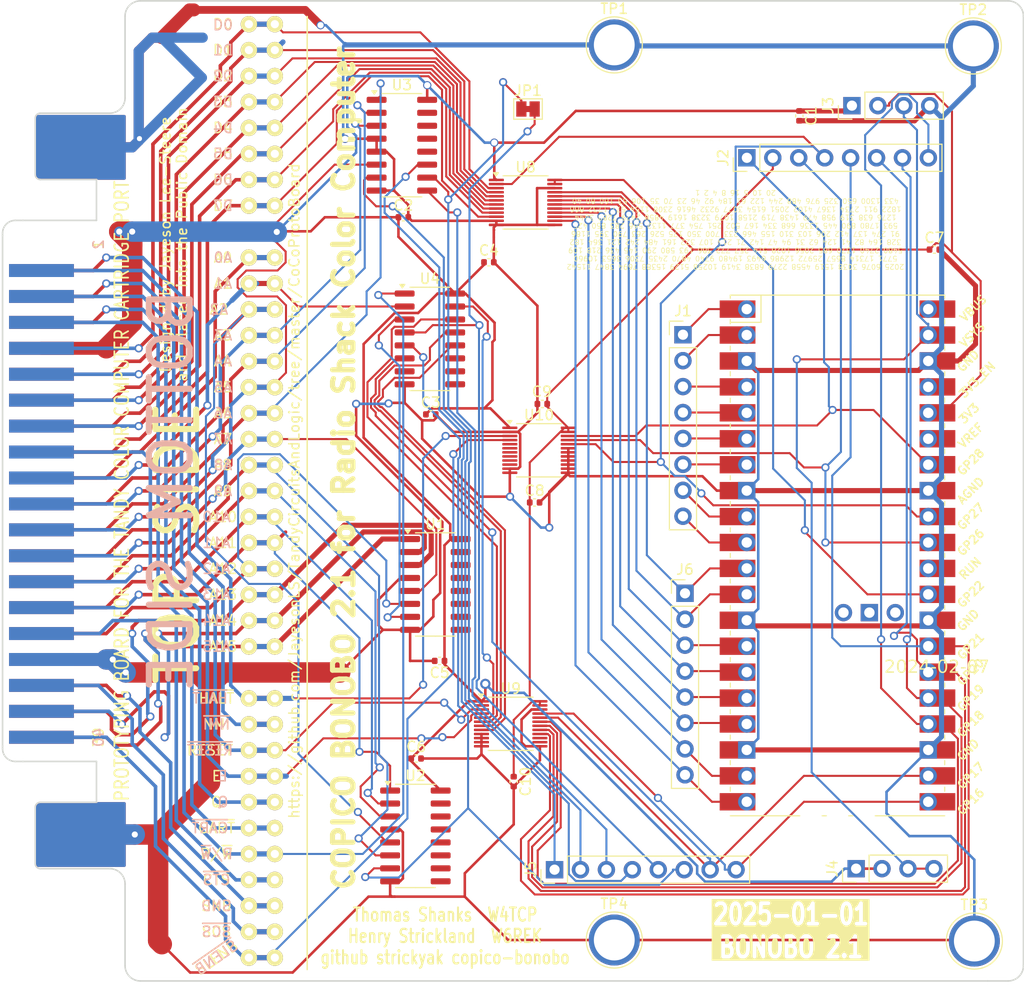
<source format=kicad_pcb>
(kicad_pcb (version 20221018) (generator pcbnew)
  (layers (0 "F.Cu" signal) (31 "B.Cu" signal) (34 "B.Paste" user) (35 "F.Paste" user) (36 "B.SilkS" user "B.Silkscreen") (37 "F.SilkS" user "F.Silkscreen") (38 "B.Mask" user) (39 "F.Mask" user) (44 "Edge.Cuts" user))
  (net 0 "")
  (net 1 "GND")
  (net 2 "+5V")
  (net 3 "/halt{slash}")
  (net 4 "/nmi{slash}")
  (net 5 "/reset{slash}")
  (net 6 "/d1")
  (net 7 "/d2")
  (net 8 "/d3")
  (net 9 "/d4")
  (net 10 "/d5")
  (net 11 "/d6")
  (net 12 "/d7")
  (net 13 "/a0")
  (net 14 "/a1")
  (net 15 "/a2")
  (net 16 "/a3")
  (net 17 "/a4")
  (net 18 "/a5")
  (net 19 "/a6")
  (net 20 "/a7")
  (net 21 "/a8")
  (net 22 "/a9")
  (net 23 "/a10")
  (net 24 "/a11")
  (net 25 "/a12")
  (net 26 "/a13")
  (net 27 "/a14")
  (net 28 "/a15")
  (net 29 "/eclk")
  (net 30 "/qclk")
  (net 31 "/cart{slash}")
  (net 32 "/r{slash}w")
  (net 33 "/cts{slash}")
  (net 34 "/snd")
  (net 35 "/scs{slash}")
  (net 36 "/slenb{slash}")
  (net 37 "/g_dir")
  (net 38 "/d0")
  (net 39 "/gpio0")
  (net 40 "/gpio1")
  (net 41 "/gpio2")
  (net 42 "/gpio3")
  (net 43 "/gpio4")
  (net 44 "/gpio5")
  (net 45 "/gpio6")
  (net 46 "/gpio7")
  (net 47 "+3V3")
  (net 48 "/g_halt")
  (net 49 "/g_slenb")
  (net 50 "/g_rd")
  (net 51 "/g_wd")
  (net 52 "/g_wc")
  (net 53 "/g_eclk")
  (net 54 "/g_spoon")
  (net 58 "/g_rc")
  (net 60 "/VSYS")
  (net 61 "/select1")
  (net 62 "/select2")
  (net 63 "/select3")
  (net 64 "/select60")
  (net 65 "/select68")
  (net 66 "/select70")
  (net 67 "/g_reset")
  (net 68 "/gd0")
  (net 69 "/gd1")
  (net 73 "/gd2")
  (net 74 "/gd3")
  (net 75 "/gd4")
  (net 76 "/gd5")
  (net 77 "/gd6")
  (net 78 "/gd7")
  (net 101 "/y_rd")
  (net 102 "/y_wd")
  (net 103 "/y_rc")
  (net 104 "/y_wc")
  (net 113 "/select78")
  (footprint "0Titanium:CocoCardEdgeCocoMIDI" (layer "F.Cu") (at 91.44 104.14)
    (fp_text reference "P1" hide)
    (fp_text value "CocoEdgeConnector" hide)
  )
  (footprint "Housings_DIP:DIP-16_W7.62mm" (layer "F.Cu") (at 115.57 58.42)
    (fp_text reference "P2" hide)
    (fp_text value "Coco Data" hide)
  )
  (footprint "Housings_DIP:DIP-22_W10.16mm" (layer "F.Cu") (at 115.57 124.46)
    (fp_text reference "P4" hide)
    (fp_text value "Coco Signals" hide)
  )
  (footprint "Housings_DIP:DIP-32_W15.24mm" (layer "F.Cu") (at 115.57 81.28)
    (fp_text reference "P3" hide)
    (fp_text value "Coco Address" hide)
  )
  (footprint "Connector_PinHeader_2.54mm:PinHeader_1x08_P2.54mm_Vertical" (layer "F.Cu") (at 164.35 71.51 90)
    (fp_text reference "J2")
    (fp_text value "Conn_01x08_Pin")
  )
  (footprint "00_RPi:RPi_PicoW_SMD_TH" (layer "F.Cu") (at 173.2259 110.46)
    (fp_text reference "U7" hide)
    (fp_text value "PicoW" hide)
  )
  (footprint "Package_SO:TSSOP-24_4.4x5mm_P0.4mm" (layer "F.Cu") (at 141.2125 126.95)
    (fp_text reference "U9")
    (fp_text value "SN74LVC4245APWR")
  )
  (footprint "Connector_PinHeader_2.54mm:PinHeader_1x08_P2.54mm_Vertical" (layer "F.Cu") (at 158.09 88.84)
    (fp_text reference "J1")
    (fp_text value "Conn_01x08_Pin")
  )
  (footprint "Connector_PinHeader_2.54mm:PinHeader_1x04_P2.54mm_Vertical" (layer "F.Cu") (at 174.64 66.4 90)
    (fp_text reference "J3")
    (fp_text value "Conn_01x04_Pin")
  )
  (footprint "Capacitor_SMD:C_0402_1005Metric" (layer "F.Cu") (at 139.08 81.74)
    (fp_text reference "C4")
    (fp_text value "C_Small")
  )
  (footprint "Package_SO:SOIC-16_3.9x9.9mm_P1.27mm" (layer "F.Cu") (at 133.3 89.25)
    (fp_text reference "U4")
    (fp_text value "74LS138")
  )
  (footprint "Jumper:SolderJumper-2_P1.3mm_Bridged_Pad1.0x1.5mm" (layer "F.Cu") (at 142.91 66.73)
    (fp_text reference "JP1")
    (fp_text value "SolderJumper_2_Bridged")
  )
  (footprint "Package_SO:SOIC-16_3.9x9.9mm_P1.27mm" (layer "F.Cu") (at 131.88 137.935)
    (fp_text reference "U2")
    (fp_text value "74LS138")
  )
  (footprint "Capacitor_SMD:C_0402_1005Metric" (layer "F.Cu") (at 182.72 80.5)
    (fp_text reference "C7")
    (fp_text value "C_Small")
  )
  (footprint "Capacitor_SMD:C_0402_1005Metric" (layer "F.Cu") (at 133.39 96.64)
    (fp_text reference "C3")
    (fp_text value "C_Small")
  )
  (footprint "Package_SO:TSSOP-24_4.4x5mm_P0.4mm" (layer "F.Cu") (at 143.9925 100.16)
    (fp_text reference "U10")
    (fp_text value "SN74LVC4245APWR")
  )
  (footprint "Capacitor_SMD:C_0402_1005Metric" (layer "F.Cu") (at 144.31 95.62 180)
    (fp_text reference "C9")
    (fp_text value "C_Small")
  )
  (footprint "Capacitor_SMD:C_0402_1005Metric" (layer "F.Cu") (at 141.51 132.61 -90)
    (fp_text reference "C10")
    (fp_text value "C_Small")
  )
  (footprint "Package_SO:SOIC-16_3.9x9.9mm_P1.27mm" (layer "F.Cu") (at 130.555 70.275)
    (fp_text reference "U3")
    (fp_text value "74LS138")
  )
  (footprint "TestPoint:TestPoint_Plated_Hole_D4.0mm" (layer "F.Cu") (at 151.36 148.13)
    (fp_text reference "TP4")
    (fp_text value "TestPoint")
  )
  (footprint "Capacitor_SMD:C_0402_1005Metric" (layer "F.Cu") (at 169.49 67.4 -90)
    (fp_text reference "C1")
    (fp_text value "C_Small")
  )
  (footprint "Capacitor_SMD:C_0402_1005Metric" (layer "F.Cu") (at 131.95 130.35)
    (fp_text reference "C6")
    (fp_text value "C_Small")
  )
  (footprint "Capacitor_SMD:C_0402_1005Metric" (layer "F.Cu") (at 130.7 77.33)
    (fp_text reference "C2")
    (fp_text value "C_Small")
  )
  (footprint "Connector_PinHeader_2.54mm:PinHeader_1x04_P2.54mm_Vertical" (layer "F.Cu") (at 175.05 141.14 90)
    (fp_text reference "J4")
    (fp_text value "Conn_01x04_Pin")
  )
  (footprint "Package_SO:SOIC-16_3.9x9.9mm_P1.27mm" (layer "F.Cu") (at 133.8375 113.3)
    (fp_text reference "U1")
    (fp_text value "74LS138")
  )
  (footprint "TestPoint:TestPoint_Plated_Hole_D4.0mm" (layer "F.Cu") (at 186.63 148.23)
    (fp_text reference "TP3")
    (fp_text value "TestPoint")
  )
  (footprint "Capacitor_SMD:C_0402_1005Metric" (layer "F.Cu") (at 143.56 105.27)
    (fp_text reference "C8")
    (fp_text value "C_Small")
  )
  (footprint "Connector_PinHeader_2.54mm:PinHeader_1x08_P2.54mm_Vertical" (layer "F.Cu") (at 145.51 141.24 90)
    (fp_text reference "J5")
    (fp_text value "Conn_01x08_Pin")
  )
  (footprint "Capacitor_SMD:C_0402_1005Metric" (layer "F.Cu") (at 134.25 120.79 180)
    (fp_text reference "C5")
    (fp_text value "C_Small")
  )
  (footprint "TestPoint:TestPoint_Plated_Hole_D4.0mm" (layer "F.Cu") (at 186.53 60.55)
    (fp_text reference "TP2")
    (fp_text value "TestPoint")
  )
  (footprint "Connector_PinHeader_2.54mm:PinHeader_1x08_P2.54mm_Vertical" (layer "F.Cu") (at 158.29 114.17)
    (fp_text reference "J6")
    (fp_text value "Conn_01x08_Pin")
  )
  (footprint "Package_SO:TSSOP-24_4.4x5mm_P0.4mm" (layer "F.Cu") (at 142.67 75.88)
    (fp_text reference "U8")
    (fp_text value "SN74LVC4245APWR")
  )
  (footprint "TestPoint:TestPoint_Plated_Hole_D4.0mm" (layer "F.Cu") (at 151.36 60.45)
    (fp_text reference "TP1")
    (fp_text value "TestPoint")
  )
  (gr_line (start 121.28 151.02) (end 121.28 57.67) (stroke (width 0.15)) (layer "F.SilkS"))
  (gr_line (start 100.64 130.64) (end 100.64 134.64) (stroke (width 0.15)) (layer "Edge.Cuts"))
  (gr_line (start 100.64 77.64) (end 100.64 73.64) (stroke (width 0.15)) (layer "Edge.Cuts"))
  (gr_arc (start 94.64 67.64) (mid 94.786447 67.286447) (end 95.14 67.14) (stroke (width 0.15)) (layer "Edge.Cuts"))
  (gr_arc (start 191.44 150.64) (mid 191.00066 151.70066) (end 189.94 152.14) (stroke (width 0.15)) (layer "Edge.Cuts"))
  (gr_arc (start 92.69 130.64) (mid 91.806117 130.273883) (end 91.44 129.39) (stroke (width 0.15)) (layer "Edge.Cuts"))
  (gr_line (start 104.94 152.14) (end 187.94 152.14) (stroke (width 0.15)) (layer "Edge.Cuts"))
  (gr_line (start 95.14 73.64) (end 100.64 73.64) (stroke (width 0.15)) (layer "Edge.Cuts"))
  (gr_line (start 187.94 56.14) (end 104.94 56.14) (stroke (width 0.15)) (layer "Edge.Cuts"))
  (gr_arc (start 94.64 135.14) (mid 94.786447 134.786447) (end 95.14 134.64) (stroke (width 0.15)) (layer "Edge.Cuts"))
  (gr_arc (start 103.44 65.64) (mid 103.00066 66.70066) (end 101.94 67.14) (stroke (width 0.15)) (layer "Edge.Cuts"))
  (gr_line (start 94.64 135.14) (end 94.64 140.64) (stroke (width 0.15)) (layer "Edge.Cuts"))
  (gr_line (start 95.14 141.14) (end 101.94 141.14) (stroke (width 0.15)) (layer "Edge.Cuts"))
  (gr_line (start 191.44 150.64) (end 191.44 57.64) (stroke (width 0.15)) (layer "Edge.Cuts"))
  (gr_arc (start 189.94 56.14) (mid 191.00066 56.57934) (end 191.44 57.64) (stroke (width 0.15)) (layer "Edge.Cuts"))
  (gr_line (start 91.44 78.89) (end 91.44 79.14) (stroke (width 0.15)) (layer "Edge.Cuts"))
  (gr_arc (start 104.94 152.14) (mid 103.87934 151.70066) (end 103.44 150.64) (stroke (width 0.15)) (layer "Edge.Cuts"))
  (gr_line (start 93.44 77.64) (end 100.64 77.64) (stroke (width 0.15)) (layer "Edge.Cuts"))
  (gr_line (start 93.44 130.64) (end 100.64 130.64) (stroke (width 0.15)) (layer "Edge.Cuts"))
  (gr_line (start 103.44 142.64) (end 103.44 150.64) (stroke (width 0.15)) (layer "Edge.Cuts"))
  (gr_line (start 94.64 67.64) (end 94.64 73.14) (stroke (width 0.15)) (layer "Edge.Cuts"))
  (gr_line (start 92.69 130.64) (end 93.44 130.64) (stroke (width 0.15)) (layer "Edge.Cuts"))
  (gr_arc (start 91.44 78.89) (mid 91.806117 78.006117) (end 92.69 77.64) (stroke (width 0.15)) (layer "Edge.Cuts"))
  (gr_line (start 189.94 56.14) (end 187.94 56.14) (stroke (width 0.15)) (layer "Edge.Cuts"))
  (gr_line (start 95.14 134.64) (end 100.64 134.64) (stroke (width 0.15)) (layer "Edge.Cuts"))
  (gr_arc (start 95.14 73.64) (mid 94.786447 73.493553) (end 94.64 73.14) (stroke (width 0.15)) (layer "Edge.Cuts"))
  (gr_line (start 91.44 79.14) (end 91.44 129.14) (stroke (width 0.15)) (layer "Edge.Cuts"))
  (gr_line (start 91.44 129.39) (end 91.44 129.14) (stroke (width 0.15)) (layer "Edge.Cuts"))
  (gr_arc (start 95.14 141.14) (mid 94.786447 140.993553) (end 94.64 140.64) (stroke (width 0.15)) (layer "Edge.Cuts"))
  (gr_line (start 103.44 57.64) (end 103.44 65.64) (stroke (width 0.15)) (layer "Edge.Cuts"))
  (gr_line (start 92.69 77.64) (end 93.44 77.64) (stroke (width 0.15)) (layer "Edge.Cuts"))
  (gr_arc (start 103.44 57.64) (mid 103.87934 56.57934) (end 104.94 56.14) (stroke (width 0.15)) (layer "Edge.Cuts"))
  (gr_line (start 187.94 152.14) (end 189.94 152.14) (stroke (width 0.15)) (layer "Edge.Cuts"))
  (gr_arc (start 101.94 141.14) (mid 103.00066 141.57934) (end 103.44 142.64) (stroke (width 0.15)) (layer "Edge.Cuts"))
  (gr_line (start 95.14 67.14) (end 101.94 67.14) (stroke (width 0.15)) (layer "Edge.Cuts"))
  (gr_text "~{SLENB}" (at 112.395 149.86 35) (layer "B.SilkS") (effects (font (size 1 1)) (justify mirror)))
  (gr_text "~{SCS}" (at 112.395 147.32) (layer "B.SilkS") (effects (font (size 1 1)) (justify mirror)))
  (gr_text "SND" (at 112.395 144.78) (layer "B.SilkS") (effects (font (size 1 1)) (justify mirror)))
  (gr_text "~{CTS}" (at 112.395 142.24) (layer "B.SilkS") (effects (font (size 1 1)) (justify mirror)))
  (gr_text "R/~{W}" (at 112.395 139.7) (layer "B.SilkS") (effects (font (size 1 1)) (justify mirror)))
  (gr_text "~{CART}" (at 111.76 137.16) (layer "B.SilkS") (effects (font (size 1 1)) (justify mirror)))
  (gr_text "Q" (at 113.03 134.62) (layer "B.SilkS") (effects (font (size 1 1)) (justify mirror)))
  (gr_text "E" (at 113.03 132.08) (layer "B.SilkS") (effects (font (size 1 1)) (justify mirror)))
  (gr_text "~{RESET}" (at 111.76 129.54) (layer "B.SilkS") (effects (font (size 1 1)) (justify mirror)))
  (gr_text "~{NMI}" (at 112.395 127) (layer "B.SilkS") (effects (font (size 1 1)) (justify mirror)))
  (gr_text "~{HALT}" (at 111.76 124.46) (layer "B.SilkS") (effects (font (size 1 1)) (justify mirror)))
  (gr_text "A15" (at 112.395 119.38) (layer "B.SilkS") (effects (font (size 1 1)) (justify mirror)))
  (gr_text "A14" (at 112.395 116.84) (layer "B.SilkS") (effects (font (size 1 1)) (justify mirror)))
  (gr_text "A13" (at 112.395 114.3) (layer "B.SilkS") (effects (font (size 1 1)) (justify mirror)))
  (gr_text "A12" (at 112.395 111.76) (layer "B.SilkS") (effects (font (size 1 1)) (justify mirror)))
  (gr_text "A11" (at 112.395 109.22) (layer "B.SilkS") (effects (font (size 1 1)) (justify mirror)))
  (gr_text "A10" (at 112.395 106.68) (layer "B.SilkS") (effects (font (size 1 1)) (justify mirror)))
  (gr_text "A9" (at 113.03 104.14) (layer "B.SilkS") (effects (font (size 1 1)) (justify mirror)))
  (gr_text "A8" (at 113.03 101.6) (layer "B.SilkS") (effects (font (size 1 1)) (justify mirror)))
  (gr_text "A7" (at 113.03 99.06) (layer "B.SilkS") (effects (font (size 1 1)) (justify mirror)))
  (gr_text "A6" (at 113.03 96.52) (layer "B.SilkS") (effects (font (size 1 1)) (justify mirror)))
  (gr_text "A5" (at 113.03 93.98) (layer "B.SilkS") (effects (font (size 1 1)) (justify mirror)))
  (gr_text "A4" (at 113.03 91.44) (layer "B.SilkS") (effects (font (size 1 1)) (justify mirror)))
  (gr_text "A3" (at 113.03 88.9) (layer "B.SilkS") (effects (font (size 1 1)) (justify mirror)))
  (gr_text "A2" (at 112.629 86.36) (layer "B.SilkS") (effects (font (size 1 1)) (justify mirror)))
  (gr_text "A1" (at 113.03 83.82) (layer "B.SilkS") (effects (font (size 1 1)) (justify mirror)))
  (gr_text "A0" (at 113.03 81.28) (layer "B.SilkS") (effects (font (size 1 1)) (justify mirror)))
  (gr_text "D7" (at 113.03 76.2) (layer "B.SilkS") (effects (font (size 1 1)) (justify mirror)))
  (gr_text "D5" (at 113.03 71.12) (layer "B.SilkS") (effects (font (size 1 1)) (justify mirror)))
  (gr_text "D4" (at 113.03 68.58) (layer "B.SilkS") (effects (font (size 1 1)) (justify mirror)))
  (gr_text "D3" (at 113.03 66.04) (layer "B.SilkS") (effects (font (size 1 1)) (justify mirror)))
  (gr_text "D2" (at 113.03 63.5) (layer "B.SilkS") (effects (font (size 1 1)) (justify mirror)))
  (gr_text "D1" (at 113.03 60.96) (layer "B.SilkS") (effects (font (size 1 1)) (justify mirror)))
  (gr_text "D0" (at 113.03 58.42 180) (layer "B.SilkS") (effects (font (size 1 1)) (justify mirror)))
  (gr_text "D6" (at 113.03 73.66) (layer "B.SilkS") (effects (font (size 1 1)) (justify mirror)))
  (gr_text "BOTTOM SIDE" (at 107.95 104.14 90) (layer "B.SilkS") (effects (font (size 4 4) (thickness 0.6)) (justify mirror)))
  (gr_text "A0" (at 113.03 81.28) (layer "F.SilkS") (effects (font (size 1 1))))
  (gr_text "A1" (at 113.03 83.82) (layer "F.SilkS") (effects (font (size 1 1))))
  (gr_text "A2" (at 112.629 86.36) (layer "F.SilkS") (effects (font (size 1 1))))
  (gr_text "A3" (at 113.03 88.9) (layer "F.SilkS") (effects (font (size 1 1))))
  (gr_text "A4" (at 113.03 91.44) (layer "F.SilkS") (effects (font (size 1 1))))
  (gr_text "A5" (at 113.03 93.98) (layer "F.SilkS") (effects (font (size 1 1))))
  (gr_text "A6" (at 113.03 96.52) (layer "F.SilkS") (effects (font (size 1 1))))
  (gr_text "A7" (at 113.03 99.06) (layer "F.SilkS") (effects (font (size 1 1))))
  (gr_text "A8" (at 113.03 101.6) (layer "F.SilkS") (effects (font (size 1 1))))
  (gr_text "A9" (at 113.03 104.14) (layer "F.SilkS") (effects (font (size 1 1))))
  (gr_text "A10" (at 113.03 106.68) (layer "F.SilkS") (effects (font (size 1 1))))
  (gr_text "A11" (at 113.03 109.22) (layer "F.SilkS") (effects (font (size 1 1))))
  (gr_text "A12" (at 113.03 111.76) (layer "F.SilkS") (effects (font (size 1 1))))
  (gr_text "A13" (at 113.03 114.3) (layer "F.SilkS") (effects (font (size 1 1))))
  (gr_text "A14" (at 113.03 116.84) (layer "F.SilkS") (effects (font (size 1 1))))
  (gr_text "A15" (at 113.03 119.38) (layer "F.SilkS") (effects (font (size 1 1))))
  (gr_text "~{HALT}" (at 112.395 124.46) (layer "F.SilkS") (effects (font (size 1 1))))
  (gr_text "~{NMI}" (at 112.395 127) (layer "F.SilkS") (effects (font (size 1 1))))
  (gr_text "~{RESET}" (at 111.76 129.54) (layer "F.SilkS") (effects (font (size 1 1))))
  (gr_text "E" (at 112.395 132.08) (layer "F.SilkS") (effects (font (size 1 1))))
  (gr_text "Q" (at 112.395 134.62) (layer "F.SilkS") (effects (font (size 1 1))))
  (gr_text "~{CART}" (at 112.395 137.16) (layer "F.SilkS") (effects (font (size 1 1))))
  (gr_text "R/~{W}" (at 112.395 139.7) (layer "F.SilkS") (effects (font (size 1 1))))
  (gr_text "~{CTS}" (at 112.395 142.24) (layer "F.SilkS") (effects (font (size 1 1))))
  (gr_text "SND" (at 112.395 144.78) (layer "F.SilkS") (effects (font (size 1 1))))
  (gr_text "~{SCS}" (at 112.395 147.32) (layer "F.SilkS") (effects (font (size 1 1))))
  (gr_text "~{SLENB}" (at 112.395 149.86 35) (layer "F.SilkS") (effects (font (size 1 1))))
  (gr_text "D0" (at 113.03 58.42) (layer "F.SilkS") (effects (font (size 1 1))))
  (gr_text "D5" (at 113.03 71.12) (layer "F.SilkS") (effects (font (size 1 1))))
  (gr_text "D6" (at 113.03 73.66) (layer "F.SilkS") (effects (font (size 1 1))))
  (gr_text "D7" (at 113.03 76.2) (layer "F.SilkS") (effects (font (size 1 1))))
  (gr_text "D1" (at 113.03 60.96) (layer "F.SilkS") (effects (font (size 1 1))))
  (gr_text "D2" (at 113.03 63.5) (layer "F.SilkS") (effects (font (size 1 1))))
  (gr_text "D3" (at 113.03 66.04) (layer "F.SilkS") (effects (font (size 1 1))))
  (gr_text "D4" (at 113.03 68.58) (layer "F.SilkS") (effects (font (size 1 1))))
  (gr_text "https://github.com/JayesonLS/TandyCircuitsAndLogic/tree/master/CoCoProtoBoard" (at 120.015 104.14 90) (layer "F.SilkS") (effects (font (size 1 1))))
  (gr_text "TOP SIDE" (at 108.585 109.22 90) (layer "F.SilkS") (effects (font (size 4 4) (thickness 0.6))))
  (gr_text "Thomas Shanks  W4TCP\nHenry Strickland  W6REK\ngithub strickyak copico-bonobo" (at 134.79 147.74) (layer "F.SilkS") (effects (font (size 1.3 1) (thickness 0.2) bold)))
  (gr_text "2025-01-01\nBONOBO 2.1" (at 168.67 147.23) (layer "F.SilkS" knockout) (effects (font (size 2 1.5) (thickness 0.375) bold)))
  (gr_text "COPICO BONOBO 2.1 for Radio Shack Color Computer" (at 124.86 101.89 90) (layer "F.SilkS") (effects (font (size 2 2) (thickness 0.5) bold)))
  (gr_text "PROTOTYPING BOARD FOR THE TANDY COLOR COMPUTER CARTRIDGE PORT" (at 103.124 104.14 90) (layer "F.SilkS") (effects (font (size 1.35 1.09) (thickness 0.17))))
  (gr_text "2025 6076 3038 1519 4558 2279 6838 3419 10258 5129 15388 7694 3847 11542\n5771 17314 8657 25972 12986 6493 19480 9740 4870 2435 7306 3653 10960\n5480 2740 1370 685 2056 1028 514 257 772 386 193 580 290 145 436 218 109\n328 164 82 41 124 62 31 94 47 142 71 214 107 322 161 484 242 121 364 182\n91 274 137 412 206 103 310 155 466 233 700 350 175 526 263 790 395 1186\n593 1780 890 445 1336 668 334 167 502 251 754 377 1132 566 283 850 425\n1276 638 319 958 479 1438 719 2158 1079 3238 1619 4858 2429 7288 3644\n1822 911 2734 1367 4102 2051 6154 3077 9232 4616 2308 1154 577 1732 866\n433 1300 650 325 976 488 244 122 61 184 92 46 23 70 35 106 53 160 80 40\n20 10 5 16 8 4 2 1" (at 163.23 78.55 180) (layer "F.SilkS") (effects (font (size 0.5 0.5) (thickness 0.0625))))
  (gr_text "2024-02-07" (at 177.8 122.174) (layer "F.SilkS") (effects (font (size 1.27 1.27)) (justify left bottom)))
  (gr_text "Designed by Jayeson Lee-Steere\nand placed into the Public Domain" (at 108.204 80.01 90) (layer "F.SilkS") (effects (font (size 1 1))))
  (segment (start 138.35 129.15) (end 138.35 129.93) (width 0.25) (layer "F.Cu") (net 1))
  (segment (start 129.79 71.645) (end 129.055 70.91) (width 0.25) (layer "F.Cu") (net 1))
  (segment (start 129.79 74.72) (end 128.08 74.72) (width 0.25) (layer "F.Cu") (net 1))
  (segment (start 131.362 120.788) (end 131.36 120.79) (width 0.25) (layer "F.Cu") (net 1))
  (segment (start 129.405 137.3) (end 130.38 137.3) (width 0.25) (layer "F.Cu") (net 1))
  (segment (start 129.25 95.57) (end 129.1919 95.5119) (width 0.25) (layer "F.Cu") (net 1))
  (segment (start 139.8075 78.08) (end 143.81 78.08) (width 0.25) (layer "F.Cu") (net 1))
  (segment (start 139.808 78.0796) (end 139.808 78.0792) (width 0.25) (layer "F.Cu") (net 1))
  (segment (start 130.38 137.3) (end 130.655 137.575) (width 0.25) (layer "F.Cu") (net 1))
  (segment (start 139.56 78.5881) (end 139.56 78.6137) (width 0.25) (layer "F.Cu") (net 1))
  (segment (start 139.56 78.5685) (end 139.56 78.5689) (width 0.25) (layer "F.Cu") (net 1))
  (segment (start 164.3359 104.11) (end 161.409 104.11) (width 0.25) (layer "F.Cu") (net 1))
  (segment (start 130.38 142.38) (end 129.405 142.38) (width 0.25) (layer "F.Cu") (net 1))
  (segment (start 139.808 78.0737) (end 139.808 78.0675) (width 0.25) (layer "F.Cu") (net 1))
  (segment (start 129.79 74.72) (end 129.79 71.645) (width 0.25) (layer "F.Cu") (net 1))
  (segment (start 129.87 143.88) (end 129.57 143.88) (width 0.25) (layer "F.Cu") (net 1))
  (segment (start 182.1159 116.81) (end 182.116 116.81) (width 0.25) (layer "F.Cu") (net 1))
  (segment (start 138.35 128.75) (end 138.35 128.35) (width 0.25) (layer "F.Cu") (net 1))
  (segment (start 141.13 104.68) (end 141.11 104.7) (width 0.25) (layer "F.Cu") (net 1))
  (segment (start 186.75 89.75) (end 185.09 91.41) (width 0.5) (layer "F.Cu") (net 1))
  (segment (start 138.35 129.15) (end 138.35 128.75) (width 0.25) (layer "F.Cu") (net 1))
  (segment (start 121.093 57.023) (end 122.59 58.52) (width 0.762) (layer "F.Cu") (net 1))
  (segment (start 144.075 125.55) (end 143.258 125.55) (width 0.25) (layer "F.Cu") (net 1))
  (segment (start 101.6 120.65) (end 102.235 120.65) (width 2) (layer "F.Cu") (net 1))
  (segment (start 111.76 121.92) (end 111.76 123.19) (width 2) (layer "F.Cu") (net 1))
  (segment (start 139.808 78.0784) (end 139.808 78.0768) (width 0.25) (layer "F.Cu") (net 1))
  (segment (start 139.56 78.5625) (end 139.56 78.5657) (width 0.25) (layer "F.Cu") (net 1))
  (segment (start 139.8075 78.08) (end 139.56 78.3275) (width 0.25) (layer "F.Cu") (net 1))
  (segment (start 133.64 116.442499) (end 133.64 114.81) (width 0.25) (layer "F.Cu") (net 1))
  (segment (start 139.8075 78.0305) (end 139.8075 78.08) (width 0.25) (layer "F.Cu") (net 1))
  (segment (start 141.51 133.09) (end 141.51 136.805) (width 0.25) (layer "F.Cu") (net 1))
  (segment (start 145.5325 74.48) (end 143.8 74.48) (width 0.25) (layer "F.Cu") (net 1))
  (segment (start 136.72 143.88) (end 129.87 143.88) (width 0.25) (layer "F.Cu") (net 1))
  (segment (start 110.49 121.92) (end 103.505 121.92) (width 2) (layer "F.Cu") (net 1))
  (segment (start 131.3625 112.665) (end 130.387501 112.665) (width 0.25) (layer "F.Cu") (net 1))
  (segment (start 143.8 78.07) (end 143.81 78.08) (width 0.25) (layer "F.Cu") (net 1))
  (segment (start 132.5405 97.2274) (end 130.825 95.5119) (width 0.25) (layer "F.Cu") (net 1))
  (segment (start 111.76 123.19) (end 111.76 124.46) (width 2) (layer "F.Cu") (net 1))
  (segment (start 186.53 148.13) (end 186.63 148.23) (width 0.25) (layer "F.Cu") (net 1))
  (segment (start 146.855 101.96) (end 146.855 102.36) (width 0.25) (layer "F.Cu") (net 1))
  (segment (start 139.56 78.5689) (end 139.56 78.5753) (width 0.25) (layer "F.Cu") (net 1))
  (segment (start 143.83 86.01) (end 143.83 95.62) (width 0.25) (layer "F.Cu") (net 1))
  (segment (start 134.305 108.195) (end 134.52 107.98) (width 0.25) (layer "F.Cu") (net 1))
  (segment (start 186.75 84.05) (end 186.75 89.75) (width 0.5) (layer "F.Cu") (net 1))
  (segment (start 139.8075 77.68) (end 131.53 77.68) (width 0.25) (layer "F.Cu") (net 1))
  (segment (start 146.855 101.56) (end 146.855 101.96) (width 0.25) (layer "F.Cu") (net 1))
  (segment (start 139.808 78.08) (end 139.808 78.0799) (width 0.25) (layer "F.Cu") (net 1))
  (segment (start 139.808 77.68) (end 139.8075 77.68) (width 0.25) (layer "F.Cu") (net 1))
  (segment (start 129.405 143.715) (end 129.405 142.38) (width 0.25) (layer "F.Cu") (net 1))
  (segment (start 181.1859 92.34) (end 182.1159 91.41) (width 0.5) (layer "F.Cu") (net 1))
  (segment (start 164.3359 104.11) (end 164.336 104.11) (width 0.25) (layer "F.Cu") (net 1))
  (segment (start 131.18 77.33) (end 131.18 76.11) (width 0.25) (layer "F.Cu") (net 1))
  (segment (start 134.52 107.19) (end 126.075 98.745) (width 0.25) (layer "F.Cu") (net 1))
  (segment (start 139.56 78.5673) (end 139.56 78.5681) (width 0.25) (layer "F.Cu") (net 1))
  (segment (start 130.3266 117.745) (end 131.3625 117.745) (width 0.25) (layer "F.Cu") (net 1))
  (segment (start 140.97 148.13) (end 136.72 143.88) (width 0.25) (layer "F.Cu") (net 1))
  (segment (start 139.808 78.0768) (end 139.808 78.0737) (width 0.25) (layer "F.Cu") (net 1))
  (segment (start 106.68 148.18) (end 107.04 148.54) (width 2) (layer "F.Cu") (net 1))
  (segment (start 128.698 117.745) (end 124.524 121.92) (width 0.25) (layer "F.Cu") (net 1))
  (segment (start 111.76 124.46) (end 111.76 132.715) (width 2) (layer "F.Cu") (net 1))
  (segment (start 144.99 107.73) (end 144.99 107.74) (width 0.25) (layer "F.Cu") (net 1))
  (segment (start 135.59 98.36) (end 141.13 98.36) (width 0.25) (layer "F.Cu") (net 1))
  (segment (start 129.055 70.91) (end 128.08 70.91) (width 0.25) (layer "F.Cu") (net 1))
  (segment (start 164.336 116.81) (end 164.886 117.36) (width 0.5) (layer "F.Cu") (net 1))
  (segment (start 147.0235 102.6969) (end 146.855 102.5284) (width 0.25) (layer "F.Cu") (net 1))
  (segment (start 126.075 98.745) (end 126.075 95.61) (width 0.25) (layer "F.Cu") (net 1))
  (segment (start 131.36 120.79) (end 133.77 120.79) (width 0.25) (layer "F.Cu") (net 1))
  (segment (start 139.56 78.5753) (end 139.56 78.5881) (width 0.25) (layer "F.Cu") (net 1))
  (segment (start 126.105 95.58) (end 126.075 95.61) (width 0.25) (layer "F.Cu") (net 1))
  (segment (start 133.6682 97.2274) (end 132.5405 97.2274) (width 0.25) (layer "F.Cu") (net 1))
  (segment (start 143.258 125.55) (end 142.28 126.528) (width 0.25) (layer "F.Cu") (net 1))
  (segment (start 126.4 95.58) (end 126.105 95.58) (width 0.25) (layer "F.Cu") (net 1))
  (segment (start 139.56 78.5683) (end 139.56 78.5684) (width 0.25) (layer "F.Cu") (net 1))
  (segment (start 139.56 81.74) (end 143.83 86.01) (width 0.25) (layer "F.Cu") (net 1))
  (segment (start 139.808 78.0798) (end 139.808 78.0796) (width 0.25) (layer "F.Cu") (net 1))
  (segment (start 143.8 74.48) (end 143.8 78.07) (width 0.25) (layer "F.Cu") (net 1))
  (segment (start 165.266 92.34) (end 181.1859 92.34) (width 0.5) (layer "F.Cu") (net 1))
  (segment (start 128.698 117.745) (end 130.3266 117.745) (width 0.25) (layer "F.Cu") (net 1))
  (segment (start 139.56 78.5684) (end 139.56 78.5685) (width 0.25) (layer "F.Cu") (net 1))
  (segment (start 134.0628 96.8328) (end 135.59 98.36) (width 0.25) (layer "F.Cu") (net 1))
  (segment (start 185.09 91.41) (end 182.1159 91.41) (width 0.5) (layer "F.Cu") (net 1))
  (segment (start 169.49 67.88) (end 180.78 67.88) (width 0.5) (layer "F.Cu") (net 1))
  (segment (start 139.808 78.0792) (end 139.808 78.0784) (width 0.25) (layer "F.Cu") (net 1))
  (segment (start 128.275 114.777501) (end 128.275 117.322) (width 0.25) (layer "F.Cu") (net 1))
  (segment (start 141.13 102.36) (end 141.13 104.68) (width 0.25) (layer "F.Cu") (net 1))
  (segment (start 138.22 104.7) (end 141.15 104.7) (width 0.25) (layer "F.Cu") (net 1))
  (segment (start 146.855 102.36) (end 146.855 102.5284) (width 0.25) (layer "F.Cu") (net 1))
  (segment (start 146.855 102.36) (end 144.99 104.225) (width 0.25) (layer "F.Cu") (net 1))
  (segment (start 137.93 130.35) (end 138.35 129.93) (width 0.25) (layer "F.Cu") (net 1))
  (segment (start 113.03 121.92) (end 111.76 123.19) (width 2) (layer "F.Cu") (net 1))
  (segment (start 139.56 78.3275) (end 139.56 78.5625) (width 0.25) (layer "F.Cu") (net 1))
  (segment (start 132.5405 99.0205) (end 138.22 104.7) (width 0.25) (layer "F.Cu") (net 1))
  (segment (start 111.76 121.92) (end 113.03 121.92) (width 2) (layer "F.Cu") (net 1))
  (segment (start 141.13 102.36) (end 141.13 101.96) (width 0.25) (layer "F.Cu") (net 1))
  (segment (start 113.03 121.92) (end 124.524 121.92) (width 2) (layer "F.Cu") (net 1))
  (segment (start 181.566 117.36) (end 182.116 116.81) (width 0.5) (layer "F.Cu") (net 1))
  (segment (start 128.08 70.91) (end 128.08 69.64) (width 0.25) (layer "F.Cu") (net 1))
  (segment (start 134.305 114.145) (end 134.305 108.195) (width 0.25) (layer "F.Cu") (net 1))
  (segment (start 151.36 148.13) (end 140.97 148.13) (width 0.25) (layer "F.Cu") (net 1))
  (segment (start 127.29 143.88) (end 119.86 151.31) (width 0.25) (layer "F.Cu") (net 1))
  (segment (start 133.64 114.81) (end 134.305 114.145) (width 0.25) (layer "F.Cu") (net 1))
  (segment (start 151.36 148.13) (end 186.53 148.13) (width 0.25) (layer "F.Cu") (net 1))
  (segment (start 106.095 59.74) (end 104.775 61.06) (width 1) (layer "F.Cu") (net 1))
  (segment (start 183.2 80.5) (end 186.75 84.05) (width 0.5) (layer "F.Cu") (net 1))
  (segment (start 139.808 78.0675) (end 139.808 78.055) (width 0.25) (layer "F.Cu") (net 1))
  (segment (start 146.855 102.5284) (end 146.7816 102.5284) (width 0.25) (layer "F.Cu") (net 1))
  (segment (start 142.65 129.15) (end 144.075 129.15) (width 0.25) (layer "F.Cu") (net 1))
  (segment (start 130.655 142.105) (end 130.38 142.38) (width 0.25) (layer "F.Cu") (net 1))
  (segment (start 159.9959 102.6969) (end 147.0235 102.6969) (width 0.25) (layer "F.Cu") (net 1))
  (segment (start 104.14 70.485) (end 100.33 70.485) (width 1) (layer "F.Cu") (net 1))
  (segment (start 111.76 123.19) (end 111.76 124.46) (width 2) (layer "F.Cu") (net 1))
  (segment (start 139.56 80.1) (end 139.56 81.74) (width 0.25) (layer "F.Cu") (net 1))
  (segment (start 141.947 101.96) (end 142.142 101.764) (width 0.25) (layer "F.Cu") (net 1))
  (segment (start 143.83 96.4765) (end 143.83 95.62) (width 0.25) (layer "F.Cu") (net 1))
  (segment (start 125 69.64) (end 124.99 69.65) (width 0.25) (layer "F.Cu") (net 1))
  (segment (start 146.855 100.76) (end 146.855 101.16) (width 0.25) (layer "F.Cu") (net 1))
  (segment (start 139.56 79.28) (end 139.56 80.1) (width 0.25) (layer "F.Cu") (net 1))
  (segment (start 141.15 104.66) (end 141.11 104.7) (width 0.25) (layer "F.Cu") (net 1))
  (segment (start 143.81 78.08) (end 145.5325 78.08) (width 0.25) (layer "F.Cu") (net 1))
  (segment (start 124.99 69.65) (end 124.97 69.65) (width 0.25) (layer "F.Cu") (net 1))
  (segment (start 106.68 137.795) (end 106.68 148.18) (width 2) (layer "F.Cu") (net 1))
  (segment (start 139.56 78.5681) (end 139.56 78.5683) (width 0.25) (layer "F.Cu") (net 1))
  (segment (start 110.49 121.92) (end 111.76 123.19) (width 2) (layer "F.Cu") (net 1))
  (segment (start 146.855 101.16) (end 146.855 101.56) (width 0.25) (layer "F.Cu") (net 1))
  (segment (start 164.336 91.41) (end 165.266 92.34) (width 0.5) (layer "F.Cu") (net 1))
  (segment (start 124.99 69.63) (end 124.99 69.65) (width 0.25) (layer "F.Cu") (net 1))
  (segment (start 111.76 132.715) (end 106.68 137.795) (width 2) (layer "F.Cu") (net 1))
  (segment (start 139.808 78.0799) (end 139.808 78.0798) (width 0.25) (layer "F.Cu") (net 1))
  (segment (start 141.947 98.36) (end 143.83 96.4765) (width 0.25) (layer "F.Cu") (net 1))
  (segment (start 142.142 98.556) (end 141.947 98.36) (width 0.25) (layer "F.Cu") (net 1))
  (segment (start 131.53 77.68) (end 131.18 77.33) (width 0.25) (layer "F.Cu") (net 1))
  (segment (start 134.0628 96.8328) (end 133.6682 97.2274) (width 0.25) (layer "F.Cu") (net 1))
  (segment (start 139.808 78.03) (end 139.8075 78.0305) (width 0.25) (layer "F.Cu") (net 1))
  (segment (start 95.25 120.65) (end 101.6 120.65) (width 1.27) (layer "F.Cu") (net 1))
  (segment (start 130.825 95.5119) (end 129.3081 95.5119) (width 0.25) (layer "F.Cu") (net 1))
  (segment (start 131.18 76.11) (end 129.79 74.72) (width 0.25) (layer "F.Cu") (net 1))
  (segment (start 138.35 128.35) (end 138.35 127.95) (width 0.25) (layer "F.Cu") (net 1))
  (segment (start 182.1159 129.51) (end 182.116 129.51) (width 0.5) (layer "F.Cu") (net 1))
  (segment (start 132.5405 97.2274) (end 132.5405 99.0205) (width 0.25) (layer "F.Cu") (net 1))
  (segment (start 131.362 117.745) (end 131.362 120.788) (width 0.25) (layer "F.Cu") (net 1))
  (segment (start 142.28 126.528) (end 142.28 128.78) (width 0.25) (layer "F.Cu") (net 1))
  (segment (start 104.85 69.63) (end 104.775 69.705) (width 1) (layer "F.Cu") (net 1))
  (segment (start 110.19 57.023) (end 121.093 57.023) (width 0.762) (layer "F.Cu") (net 1))
  (segment (start 141.15 104.7) (end 141.15 104.66) (width 0.25) (layer "F.Cu") (net 1))
  (segment (start 104.775 69.85) (end 104.14 70.485) (width 1) (layer "F.Cu") (net 1))
  (segment (start 104.775 61.06) (end 104.775 69.555) (width 1) (layer "F.Cu") (net 1))
  (segment (start 139.56 78.5657) (end 139.56 78.5673) (width 0.25) (layer "F.Cu") (net 1))
  (segment (start 134.52 107.98) (end 134.52 107.19) (width 0.25) (layer "F.Cu") (net 1))
  (segment (start 129.57 143.88) (end 129.405 143.715) (width 0.25) (layer "F.Cu") (net 1))
  (segment (start 161.409 104.11) (end 159.9959 102.6969) (width 0.25) (layer "F.Cu") (net 1))
  (segment (start 142.142 101.764) (end 142.142 98.556) (width 0.25) (layer "F.Cu") (net 1))
  (segment (start 139.808 78.055) (end 139.808 78.03) (width 0.25) (layer "F.Cu") (net 1))
  (segment (start 107.04 59.74) (end 106.095 59.74) (width 1) (layer "F.Cu") (net 1))
  (segment (start 130.3266 117.745) (end 131.362 117.745) (width 0.25) (layer "F.Cu") (net 1))
  (segment (start 132.337499 117.745) (end 133.64 116.442499) (width 0.25) (layer "F.Cu") (net 1))
  (segment (start 128.08 69.64) (end 125 69.64) (width 0.25) (layer "F.Cu") (net 1))
  (segment (start 141.13 98.36) (end 141.947 98.36) (width 0.25) (layer "F.Cu") (net 1))
  (segment (start 128.275 117.322) (end 128.698 117.745) (width 0.25) (layer "F.Cu") (net 1))
  (segment (start 130.825 95.5119) (end 130.825 93.695) (width 0.25) (layer "F.Cu") (net 1))
  (segment (start 146.855 100.36) (end 146.855 100.76) (width 0.25) (layer "F.Cu") (net 1))
  (segment (start 129.57 143.88) (end 127.29 143.88) (width 0.25) (layer "F.Cu") (net 1))
  (segment (start 104.775 69.555) (end 104.85 69.63) (width 1) (layer "F.Cu") (net 1))
  (segment (start 136.72 141.595) (end 136.72 143.88) (width 0.25) (layer "F.Cu") (net 1))
  (segment (start 138.35 129.93) (end 141.51 133.09) (width 0.25) (layer "F.Cu") (net 1))
  (segment (start 133.87 96.64) (end 134.0628 96.8328) (width 0.25) (layer "F.Cu") (net 1))
  (segment (start 180.78 67.88) (end 182.26 66.4) (width 0.5) (layer "F.Cu") (net 1))
  (segment (start 119.86 151.31) (end 109.81 151.31) (width 0.25) (layer "F.Cu") (net 1))
  (segment (start 139.56 78.665) (end 139.56 78.87) (width 0.25) (layer "F.Cu") (net 1))
  (segment (start 144.075 130.525) (end 141.51 133.09) (width 0.25) (layer "F.Cu") (net 1))
  (segment (start 164.3359 91.41) (end 164.336 91.41) (width 0.25) (layer "F.Cu") (net 1))
  (segment (start 141.51 136.805) (end 136.72 141.595) (width 0.25) (layer "F.Cu") (net 1))
  (segment (start 109.757 57.023) (end 107.04 59.74) (width 1.27) (layer "F.Cu") (net 1))
  (segment (start 125.01 69.61) (end 124.99 69.63) (width 0.25) (layer "F.Cu") (net 1))
  (segment (start 104.775 69.705) (end 104.775 69.85) (width 1) (layer "F.Cu") (net 1))
  (segment (start 103.505 121.92) (end 102.235 120.65) (width 2) (layer "F.Cu") (net 1))
  (segment (start 110.19 57.023) (end 109.757 57.023) (width 1.27) (layer "F.Cu") (net 1))
  (segment (start 106.68 137.795) (end 104.394 137.795) (width 2) (layer "F.Cu") (net 1))
  (segment (start 164.3359 116.81) (end 164.336 116.81) (width 0.25) (layer "F.Cu") (net 1))
  (segment (start 109.81 151.31) (end 107.04 148.54) (width 0.25) (layer "F.Cu") (net 1))
  (segment (start 104.394 137.795) (end 99.695 137.795) (width 2) (layer "F.Cu") (net 1))
  (segment (start 139.56 78.87) (end 139.56 79.28) (width 0.25) (layer "F.Cu") (net 1))
  (segment (start 146.7816 102.5284) (end 144.04 105.27) (width 0.25) (layer "F.Cu") (net 1))
  (segment (start 164.336 129.51) (end 182.1159 129.51) (width 0.5) (layer "F.Cu") (net 1))
  (segment (start 129.3081 95.5119) (end 129.25 95.57) (width 0.25) (layer "F.Cu") (net 1))
  (segment (start 139.56 78.6137) (end 139.56 78.665) (width 0.25) (layer "F.Cu") (net 1))
  (segment (start 164.3359 129.51) (end 164.336 129.51) (width 0.25) (layer "F.Cu") (net 1))
  (segment (start 141.11 104.7) (end 141.15 104.7) (width 0.25) (layer "F.Cu") (net 1))
  (segment (start 164.886 117.36) (end 181.566 117.36) (width 0.5) (layer "F.Cu") (net 1))
  (segment (start 110.49 121.92) (end 111.76 121.92) (width 2) (layer "F.Cu") (net 1))
  (segment (start 146.855 99.96) (end 146.855 100.36) (width 0.25) (layer "F.Cu") (net 1))
  (segment (start 144.075 129.15) (end 144.075 130.525) (width 0.25) (layer "F.Cu") (net 1))
  (segment (start 141.13 101.96) (end 141.947 101.96) (width 0.25) (layer "F.Cu") (net 1))
  (segment (start 132.43 130.35) (end 137.93 130.35) (width 0.25) (layer "F.Cu") (net 1))
  (segment (start 129.87 143.88) (end 129.57 143.88) (width 0.25) (layer "F.Cu") (net 1))
  (segment (start 164.336 104.11) (end 182.1159 104.11) (width 0.5) (layer "F.Cu") (net 1))
  (segment (start 130.655 137.575) (end 130.655 142.105) (width 0.25) (layer "F.Cu") (net 1))
  (segment (start 131.3625 117.745) (end 132.337499 117.745) (width 0.25) (layer "F.Cu") (net 1))
  (segment (start 142.28 128.78) (end 142.65 129.15) (width 0.25) (layer "F.Cu") (net 1))
  (segment (start 182.1159 104.11) (end 182.116 104.11) (width 0.5) (layer "F.Cu") (net 1))
  (segment (start 130.387501 112.665) (end 128.275 114.777501) (width 0.25) (layer "F.Cu") (net 1))
  (segment (start 122.04 57.97) (end 122.59 58.52) (width 0.762) (layer "F.Cu") (net 1))
  (segment (start 139.808 78.03) (end 139.808 77.68) (width 0.25) (layer "F.Cu") (net 1))
  (segment (start 144.99 104.225) (end 144.99 107.73) (width 0.25) (layer "F.Cu") (net 1))
  (via (at 104.394 137.795) (size 1) (drill 0.6) (layers "F.Cu" "B.Cu") (net 1))
  (via (at 103.505 121.92) (size 1) (drill 0.6) (layers "F.Cu" "B.Cu") (net 1))
  (via (at 104.85 69.63) (size 0.8) (drill 0.5) (layers "F.Cu" "B.Cu") (net 1))
  (via (at 102.235 120.65) (size 1) (drill 0.6) (layers "F.Cu" "B.Cu") (net 1))
  (via (at 129.25 95.57) (size 0.8) (drill 0.5) (layers "F.Cu" "B.Cu") (net 1))
  (via (at 144.99 107.73) (size 0.8) (drill 0.5) (layers "F.Cu" "B.Cu") (net 1))
  (via (at 124.99 69.65) (size 0.8) (drill 0.6) (layers "F.Cu" "B.Cu") (net 1))
  (via (at 122.59 58.52) (size 0.8) (drill 0.6) (layers "F.Cu" "B.Cu") (net 1))
  (via (at 126.075 95.61) (size 0.8) (drill 0.5) (layers "F.Cu" "B.Cu") (net 1))
  (via (at 141.15 104.7) (size 0.8) (drill 0.5) (layers "F.Cu" "B.Cu") (net 1))
  (segment (start 124.805 60.585) (end 124.99 60.4) (width 0.25) (layer "B.Cu") (net 1))
  (segment (start 165.4609 117.935) (end 165.4609 128.385) (width 0.25) (layer "B.Cu") (net 1))
  (segment (start 164.3359 104.11) (end 165.4609 105.235) (width 0.25) (layer "B.Cu") (net 1))
  (segment (start 183.43 67.57) (end 182.26 66.4) (width 0.5) (layer "B.Cu") (net 1))
  (segment (start 182.7659 128.86) (end 182.1159 129.51) (width 0.25) (layer "B.Cu") (net 1))
  (segment (start 164.3359 116.81) (end 165.4609 117.935) (width 0.25) (layer "B.Cu") (net 1))
  (segment (start 182.766 92.06) (end 182.116 91.41) (width 0.5) (layer "B.Cu") (net 1))
  (segment (start 124.99 69.65) (end 124.805 69.465) (width 0.25) (layer "B.Cu") (net 1))
  (segment (start 101.6 120.65) (end 102.235 120.65) (width 2) (layer "B.Cu") (net 1))
  (segment (start 110.962 63.6625) (end 104.775 69.85) (width 1) (layer "B.Cu") (net 1))
  (segment (start 182.116 116.81) (end 183.416 115.51) (width 0.5) (layer "B.Cu") (net 1))
  (segment (start 165.4609 128.385) (end 164.3359 129.51) (width 0.25) (layer "B.Cu") (net 1))
  (segment (start 106.095 59.74) (end 104.775 61.06) (width 1) (layer "B.Cu") (net 1))
  (segment (start 107.04 59.74) (end 110.962 63.6625) (width 1) (layer "B.Cu") (net 1))
  (segment (start 165.4609 115.685) (end 164.3359 116.81) (width 0.25) (layer "B.Cu") (net 1))
  (segment (start 184.31 137.95) (end 186.63 140.27) (width 0.25) (layer "B.Cu") (net 1))
  (segment (start 182.766 128.86) (end 182.7659 128.86) (width 0.25) (layer "B.Cu") (net 1))
  (segment (start 103.505 121.92) (end 102.235 120.65) (width 2) (layer "B.Cu") (net 1))
  (segment (start 101.6 120.65) (end 95.25 120.65) (width 1.27) (layer "B.Cu") (net 1))
  (segment (start 164.3359 91.41) (end 165.4609 92.535) (width 0.25) (layer "B.Cu") (net 1))
  (segment (start 183.416 128.21) (end 183.416 118.11) (width 0.5) (layer "B.Cu") (net 1))
  (segment (start 144.18 107.73) (end 141.15 104.7) (width 0.25) (layer "B.Cu") (net 1))
  (segment (start 183.416 118.11) (end 182.766 117.46) (width 0.5) (layer "B.Cu") (net 1))
  (segment (start 183.416 102.81) (end 183.416 92.71) (width 0.5) (layer "B.Cu") (net 1))
  (segment (start 144.99 107.73) (end 144.18 107.73) (width 0.25) (layer "B.Cu") (net 1))
  (segment (start 182.1159 129.51) (end 182.1159 129.5341) (width 0.25) (layer "B.Cu") (net 1))
  (segment (start 123.11 58.52) (end 122.59 58.52) (width 0.25) (layer "B.Cu") (net 1))
  (segment (start 182.116 129.51) (end 182.766 128.86) (width 0.5) (layer "B.Cu") (net 1))
  (segment (start 165.4609 92.535) (end 165.4609 102.985) (width 0.25) (layer "B.Cu") (net 1))
  (segment (start 104.14 70.485) (end 100.33 70.485) (width 1) (layer "B.Cu") (net 1))
  (segment (start 125.04 60.45) (end 124.99 60.4) (width 0.5) (layer "B.Cu") (net 1))
  (segment (start 186.63 140.27) (end 186.63 148.23) (width 0.25) (layer "B.Cu") (net 1))
  (segment (start 182.1159 129.5341) (end 178.03 133.62) (width 0.25) (layer "B.Cu") (net 1))
  (segment (start 182.766 117.46) (end 182.7659 117.46) (width 0.25) (layer "B.Cu") (net 1))
  (segment (start 182.766 92.06) (end 182.7659 92.06) (width 0.25) (layer "B.Cu") (net 1))
  (segment (start 182.7659 92.06) (end 182.1159 91.41) (width 0.25) (layer "B.Cu") (net 1))
  (segment (start 183.43 67.57) (end 186.53 64.47) (width 0.5) (layer "B.Cu") (net 1))
  (segment (start 178.03 133.62) (end 178.03 135.72) (width 0.25) (layer "B.Cu") (net 1))
  (segment (start 182.1159 104.11) (end 182.116 104.11) (width 0.25) (layer "B.Cu") (net 1))
  (segment (start 186.53 60.55) (end 151.46 60.55) (width 0.5) (layer "B.Cu") (net 1))
  (segment (start 107.04 59.74) (end 106.095 59.74) (width 1) (layer "B.Cu") (net 1))
  (segment (start 107.04 59.74) (end 111.048 59.74) (width 1) (layer "B.Cu") (net 1))
  (segment (start 104.775 69.85) (end 104.14 70.485) (width 1) (layer "B.Cu") (net 1))
  (segment (start 111.048 59.74) (end 111.302 59.74) (width 0.381) (layer "B.Cu") (net 1))
  (segment (start 104.394 137.795) (end 99.695 137.795) (width 2) (layer "B.Cu") (net 1))
  (segment (start 124.805 69.465) (end 124.805 60.585) (width 0.25) (layer "B.Cu") (net 1))
  (segment (start 182.116 104.11) (end 183.416 102.81) (width 0.5) (layer "B.Cu") (net 1))
  (segment (start 151.36 60.45) (end 125.04 60.45) (width 0.5) (layer "B.Cu") (net 1))
  (segment (start 178.03 135.72) (end 180.26 137.95) (width 0.25) (layer "B.Cu") (net 1))
  (segment (start 183.416 115.51) (end 183.416 105.41) (width 0.5) (layer "B.Cu") (net 1))
  (segment (start 129.21 95.61) (end 129.25 95.57) (width 0.25) (layer "B.Cu") (net 1))
  (segment (start 186.53 64.47) (end 186.53 60.55) (width 0.5) (layer "B.Cu") (net 1))
  (segment (start 126.075 95.61) (end 129.21 95.61) (width 0.25) (layer "B.Cu") (net 1))
  (segment (start 104.775 61.06) (end 104.775 69.85) (width 1) (layer "B.Cu") (net 1))
  (segment (start 124.99 60.4) (end 123.11 58.52) (width 0.25) (layer "B.Cu") (net 1))
  (segment (start 183.416 105.41) (end 182.116 104.11) (width 0.5) (layer "B.Cu") (net 1))
  (segment (start 182.7659 117.46) (end 182.1159 116.81) (width 0.25) (layer "B.Cu") (net 1))
  (segment (start 151.46 60.55) (end 151.36 60.45) (width 0.5) (layer "B.Cu") (net 1))
  (segment (start 180.26 137.95) (end 184.31 137.95) (width 0.25) (layer "B.Cu") (net 1))
  (segment (start 165.4609 105.235) (end 165.4609 115.685) (width 0.25) (layer "B.Cu") (net 1))
  (segment (start 165.4609 102.985) (end 164.3359 104.11) (width 0.25) (layer "B.Cu") (net 1))
  (segment (start 183.416 92.71) (end 182.766 92.06) (width 0.5) (layer "B.Cu") (net 1))
  (segment (start 182.766 128.86) (end 183.416 128.21) (width 0.5) (layer "B.Cu") (net 1))
  (segment (start 183.43 90.0959) (end 183.43 67.57) (width 0.5) (layer "B.Cu") (net 1))
  (segment (start 182.766 117.46) (end 182.116 116.81) (width 0.5) (layer "B.Cu") (net 1))
  (segment (start 182.116 91.41) (end 183.43 90.0959) (width 0.5) (layer "B.Cu") (net 1))
  (segment (start 169.49 66.92) (end 147.5872 66.92) (width 0.25) (layer "F.Cu") (net 2))
  (segment (start 130.22 79.25) (end 135.775 84.805) (width 0.25) (layer "F.Cu") (net 2))
  (segment (start 135.338 108.855) (end 136.312 108.855) (width 0.25) (layer "F.Cu") (net 2))
  (segment (start 104.14 78.74) (end 102.87 78.74) (width 2) (layer "F.Cu") (net 2))
  (segment (start 139.425 95.249) (end 139.425 89.553643) (width 0.25) (layer "F.Cu") (net 2))
  (segment (start 133.495 96.055) (end 138.619 96.055) (width 0.25) (layer "F.Cu") (net 2))
  (segment (start 174.12 66.92) (end 174.64 66.4) (width 0.5) (layer "F.Cu") (net 2))
  (segment (start 139.605 73.4772) (end 139.605 70.0247) (width 0.25) (layer "F.Cu") (net 2))
  (segment (start 95.25 90.17) (end 101.6 90.17) (width 1.27) (layer "F.Cu") (net 2))
  (segment (start 131.47 130.35) (end 131.47 130.605) (width 0.25) (layer "F.Cu") (net 2))
  (segment (start 169.49 66.92) (end 174.12 66.92) (width 0.5) (layer "F.Cu") (net 2))
  (segment (start 135.2942 108.8988) (end 135.338 108.855) (width 0.25) (layer "F.Cu") (net 2))
  (segment (start 138.73 124.37) (end 138.73 123.04) (width 0.25) (layer "F.Cu") (net 2))
  (segment (start 175.05 141.14) (end 177.59 141.14) (width 0.25) (layer "F.Cu") (net 2))
  (segment (start 138.35 124.75) (end 138.73 124.37) (width 0.25) (layer "F.Cu") (net 2))
  (segment (start 134.73 120.79) (end 134.73 109.463) (width 0.25) (layer "F.Cu") (net 2))
  (segment (start 121.63 78.71) (end 118.36 78.71) (width 0.25) (layer "F.Cu") (net 2))
  (segment (start 135.2942 107.398514) (end 135.2942 108.8988) (width 0.25) (layer "F.Cu") (net 2))
  (segment (start 138.6 81.98) (end 138.6 81.74) (width 0.25) (layer "F.Cu") (net 2))
  (segment (start 130.22 77.33) (end 123.01 77.33) (width 0.25) (layer "F.Cu") (net 2))
  (segment (start 134.055 84.805) (end 132.1499 86.7101) (width 0.25) (layer "F.Cu") (net 2))
  (segment (start 139.808 73.68) (end 139.7065 73.5786) (width 0.25) (layer "F.Cu") (net 2))
  (segment (start 138.35 124.75) (end 134.73 121.13) (width 0.25) (layer "F.Cu") (net 2))
  (segment (start 139.225 96.055) (end 141.13 97.96) (width 0.25) (layer "F.Cu") (net 2))
  (segment (start 132.1499 86.7101) (end 129.8518 86.7101) (width 0.25) (layer "F.Cu") (net 2))
  (segment (start 130.22 77.33) (end 130.22 79.25) (width 0.25) (layer "F.Cu") (net 2))
  (segment (start 137.07 124.75) (end 138.35 124.75) (width 0.25) (layer "F.Cu") (net 2))
  (segment (start 133.04 64.4) (end 133.03 64.4) (width 0.25) (layer "F.Cu") (net 2))
  (segment (start 102.87 78.74) (end 104.14 80.01) (width 2) (layer "F.Cu") (net 2))
  (segment (start 135.775 84.805) (end 134.055 84.805) (width 0.25) (layer "F.Cu") (net 2))
  (segment (start 139.7065 73.5786) (end 139.605 73.4772) (width 0.25) (layer "F.Cu") (net 2))
  (segment (start 144.4825 70.0247) (end 139.605 70.0247) (width 0.25) (layer "F.Cu") (net 2))
  (segment (start 136.775991 84.805) (end 135.775 84.805) (width 0.25) (layer "F.Cu") (net 2))
  (segment (start 138.619 96.055) (end 139.225 96.055) (width 0.25) (layer "F.Cu") (net 2))
  (segment (start 118.36 78.71) (end 118.3 78.77) (width 0.25) (layer "F.Cu") (net 2))
  (segment (start 135.775 84.805) (end 138.6 81.98) (width 0.25) (layer "F.Cu") (net 2))
  (segment (start 138.35 125.15) (end 138.35 124.75) (width 0.25) (layer "F.Cu") (net 2))
  (segment (start 134.73 109.463) (end 135.2942 108.8988) (width 0.25) (layer "F.Cu") (net 2))
  (segment (start 104.14 87.63) (end 101.6 90.17) (width 2) (layer "F.Cu") (net 2))
  (segment (start 138.619 96.055) (end 139.425 95.249) (width 0.25) (layer "F.Cu") (net 2))
  (segment (start 131.47 130.605) (end 134.355 133.49) (width 0.25) (layer "F.Cu") (net 2))
  (segment (start 129.8518 86.7101) (end 126.81 89.7519) (width 0.25) (layer "F.Cu") (net 2))
  (segment (start 139.635 87.664009) (end 136.775991 84.805) (width 0.25) (layer "F.Cu") (net 2))
  (segment (start 133.03 65.83) (end 133.04 64.4) (width 0.25) (layer "F.Cu") (net 2))
  (segment (start 126.81 89.7519) (end 126.81 98.914314) (width 0.25) (layer "F.Cu") (net 2))
  (segment (start 132.91 96.64) (end 133.495 96.055) (width 0.25) (layer "F.Cu") (net 2))
  (segment (start 139.425 89.553643) (end 139.635 89.343643) (width 0.25) (layer "F.Cu") (net 2))
  (segment (start 134.73 121.13) (end 134.73 120.79) (width 0.25) (layer "F.Cu") (net 2))
  (segment (start 104.14 78.74) (end 104.14 80.01) (width 2) (layer "F.Cu") (net 2))
  (segment (start 147.5872 66.92) (end 144.4825 70.0247) (width 0.25) (layer "F.Cu") (net 2))
  (segment (start 131.47 130.35) (end 137.07 124.75) (width 0.25) (layer "F.Cu") (net 2))
  (segment (start 126.81 98.914314) (end 135.2942 107.398514) (width 0.25) (layer "F.Cu") (net 2))
  (segment (start 139.635 89.343643) (end 139.635 87.664009) (width 0.25) (layer "F.Cu") (net 2))
  (segment (start 123.01 77.33) (end 121.63 78.71) (width 0.25) (layer "F.Cu") (net 2))
  (segment (start 104.14 80.01) (end 104.14 87.63) (width 2) (layer "F.Cu") (net 2))
  (segment (start 136.312 108.855) (end 136.3125 108.855) (width 0.25) (layer "F.Cu") (net 2))
  (via (at 104.14 78.74) (size 1) (drill 0.6) (layers "F.Cu" "B.Cu") (net 2))
  (via (at 139.605 70.0247) (size 0.8) (drill 0.6) (layers "F.Cu" "B.Cu") (net 2))
  (via (at 102.87 78.74) (size 1) (drill 0.6) (layers "F.Cu" "B.Cu") (net 2))
  (via (at 138.73 123.04) (size 1) (drill 0.6) (layers "F.Cu" "B.Cu") (net 2))
  (via (at 133.04 64.4) (size 0.8) (drill 0.6) (layers "F.Cu" "B.Cu") (net 2))
  (via (at 118.3 78.77) (size 0.8) (drill 0.6) (layers "F.Cu" "B.Cu") (net 2))
  (segment (start 159.48 141.6358) (end 159.48 140.8752) (width 0.25) (layer "B.Cu") (net 2))
  (segment (start 118.24 78.74) (end 118.27 78.77) (width 2) (layer "B.Cu") (net 2))
  (segment (start 125.39 63.51) (end 125.205 63.695) (width 0.25) (layer "B.Cu") (net 2))
  (segment (start 133.04 64.4) (end 138.665 70.0247) (width 0.25) (layer "B.Cu") (net 2))
  (segment (start 142.5229 123.9181) (end 139.6081 123.9181) (width 0.25) (layer "B.Cu") (net 2))
  (segment (start 118.3 78.77) (end 118.3 78.8) (width 2) (layer "B.Cu") (net 2))
  (segment (start 126.07 69.356016) (end 126.07 71) (width 0.25) (layer "B.Cu") (net 2))
  (segment (start 125.205 63.695) (end 125.205 68.491016) (width 0.25) (layer "B.Cu") (net 2))
  (segment (start 133.04 64.4) (end 132.15 63.51) (width 0.25) (layer "B.Cu") (net 2))
  (segment (start 175.05 141.14) (end 173.9231 141.14) (width 0.25) (layer "B.Cu") (net 2))
  (segment (start 139.6081 123.9181) (end 138.73 123.04) (width 0.25) (layer "B.Cu") (net 2))
  (segment (start 173.9231 141.14) (end 172.6482 142.4149) (width 0.25) (layer "B.Cu") (net 2))
  (segment (start 125.205 68.491016) (end 126.07 69.356016) (width 0.25) (layer "B.Cu") (net 2))
  (segment (start 160.2591 142.4149) (end 159.48 141.6358) (width 0.25) (layer "B.Cu") (net 2))
  (segment (start 172.6482 142.4149) (end 160.2591 142.4149) (width 0.25) (layer "B.Cu") (net 2))
  (segment (start 159.48 140.8752) (end 142.5229 123.9181) (width 0.25) (layer "B.Cu") (net 2))
  (segment (start 104.14 78.74) (end 118.24 78.74) (width 2) (layer "B.Cu") (net 2))
  (segment (start 132.15 63.51) (end 125.39 63.51) (width 0.25) (layer "B.Cu") (net 2))
  (segment (start 126.07 71) (end 118.3 78.77) (width 0.25) (layer "B.Cu") (net 2))
  (segment (start 118.27 78.77) (end 118.3 78.77) (width 2) (layer "B.Cu") (net 2))
  (segment (start 138.665 70.0247) (end 139.605 70.0247) (width 0.25) (layer "B.Cu") (net 2))
  (segment (start 141.13 98.76) (end 134.8424 98.76) (width 0.2) (layer "F.Cu") (net 3))
  (segment (start 131.2955 124.46) (end 132.6364 123.1191) (width 0.2) (layer "F.Cu") (net 3))
  (segment (start 95.25 82.55) (end 100.33 82.55) (width 0.35) (layer "F.Cu") (net 3))
  (segment (start 115.57 124.46) (end 118.11 124.46) (width 0.5) (layer "F.Cu") (net 3))
  (segment (start 118.11 124.46) (end 131.2955 124.46) (width 0.2) (layer "F.Cu") (net 3))
  (segment (start 100.33 82.55) (end 101.6 81.28) (width 0.35) (layer "F.Cu") (net 3))
  (via (at 134.8424 98.76) (size 0.8) (drill 0.5) (layers "F.Cu" "B.Cu") (net 3))
  (via (at 132.6364 123.1191) (size 0.8) (drill 0.5) (layers "F.Cu" "B.Cu") (net 3))
  (via (at 101.6 81.28) (size 0.8) (drill 0.5) (layers "F.Cu" "B.Cu") (net 3))
  (segment (start 118.11 124.46) (end 119.798 124.46) (width 0.5) (layer "B.Cu") (net 3))
  (segment (start 134.8424 98.76) (end 132.6364 100.966) (width 0.2) (layer "B.Cu") (net 3))
  (segment (start 105.156 81.28) (end 110.49 86.614) (width 0.35) (layer "B.Cu") (net 3))
  (segment (start 115.57 124.46) (end 118.11 124.46) (width 0.5) (layer "B.Cu") (net 3))
  (segment (start 110.49 109.474) (end 113.792 112.776) (width 0.35) (layer "B.Cu") (net 3))
  (segment (start 101.6 81.28) (end 105.156 81.28) (width 0.35) (layer "B.Cu") (net 3))
  (segment (start 110.49 86.614) (end 110.49 109.474) (width 0.35) (layer "B.Cu") (net 3))
  (segment (start 115.57 124.46) (end 115.062 124.46) (width 0.2) (layer "B.Cu") (net 3))
  (segment (start 113.792 123.19) (end 115.062 124.46) (width 0.35) (layer "B.Cu") (net 3))
  (segment (start 113.792 112.776) (end 113.792 123.19) (width 0.35) (layer "B.Cu") (net 3))
  (segment (start 132.6364 100.966) (end 132.6364 123.1191) (width 0.2) (layer "B.Cu") (net 3))
  (segment (start 115.57 127) (end 118.11 127) (width 0.5) (layer "F.Cu") (net 4))
  (segment (start 113.03 125.73) (end 114.3 127) (width 0.35) (layer "B.Cu") (net 4))
  (segment (start 95.25 82.55) (end 105.156 82.55) (width 0.35) (layer "B.Cu") (net 4))
  (segment (start 113.03 113.538) (end 113.03 125.73) (width 0.35) (layer "B.Cu") (net 4))
  (segment (start 109.728 110.236) (end 113.03 113.538) (width 0.35) (layer "B.Cu") (net 4))
  (segment (start 105.156 82.55) (end 109.728 87.122) (width 0.35) (layer "B.Cu") (net 4))
  (segment (start 115.57 127) (end 118.11 127) (width 0.5) (layer "B.Cu") (net 4))
  (segment (start 114.3 127) (end 115.57 127) (width 0.35) (layer "B.Cu") (net 4))
  (segment (start 109.728 87.122) (end 109.728 110.236) (width 0.35) (layer "B.Cu") (net 4))
  (segment (start 100.33 85.09) (end 101.6 83.82) (width 0.35) (layer "F.Cu") (net 5))
  (segment (start 119.1619 129.54) (end 123.8196 124.8823) (width 0.2) (layer "F.Cu") (net 5))
  (segment (start 138.35 125.55) (end 137.3648 125.55) (width 0.2) (layer "F.Cu") (net 5))
  (segment (start 123.8196 124.8823) (end 134.7005 124.8823) (width 0.2) (layer "F.Cu") (net 5))
  (segment (start 115.57 129.54) (end 118.11 129.54) (width 0.5) (layer "F.Cu") (net 5))
  (segment (start 118.11 129.54) (end 119.1619 129.54) (width 0.2) (layer "F.Cu") (net 5))
  (segment (start 95.25 85.09) (end 100.33 85.09) (width 0.35) (layer "F.Cu") (net 5))
  (segment (start 137.3648 125.55) (end 136.3665 126.5483) (width 0.2) (layer "F.Cu") (net 5))
  (via (at 101.6 83.82) (size 0.8) (drill 0.5) (layers "F.Cu" "B.Cu") (net 5))
  (via (at 134.7005 124.8823) (size 0.8) (drill 0.5) (layers "F.Cu" "B.Cu") (net 5))
  (via (at 136.3665 126.5483) (size 0.8) (drill 0.5) (layers "F.Cu" "B.Cu") (net 5))
  (segment (start 105.156 83.82) (end 108.966 87.63) (width 0.35) (layer "B.Cu") (net 5))
  (segment (start 112.268 128.016) (end 113.792 129.54) (width 0.35) (layer "B.Cu") (net 5))
  (segment (start 101.6 83.82) (end 105.156 83.82) (width 0.35) (layer "B.Cu") (net 5))
  (segment (start 112.268 114.3) (end 112.268 128.016) (width 0.35) (layer "B.Cu") (net 5))
  (segment (start 108.966 87.63) (end 108.966 110.998) (width 0.35) (layer "B.Cu") (net 5))
  (segment (start 115.57 129.54) (end 118.11 129.54) (width 0.5) (layer "B.Cu") (net 5))
  (segment (start 113.792 129.54) (end 115.57 129.54) (width 0.35) (layer "B.Cu") (net 5))
  (segment (start 136.3665 126.5483) (end 134.7005 124.8823) (width 0.2) (layer "B.Cu") (net 5))
  (segment (start 108.966 110.998) (end 112.268 114.3) (width 0.35) (layer "B.Cu") (net 5))
  (segment (start 113.792 62.738) (end 113.792 64.008) (width 0.35) (layer "F.Cu") (net 6))
  (segment (start 139.8075 74.88) (end 138.92 74.88) (width 0.2) (layer "F.Cu") (net 6))
  (segment (start 115.57 60.96) (end 118.11 60.96) (width 0.5) (layer "F.Cu") (net 6))
  (segment (start 136.67 72.6301) (end 136.67 64.0202) (width 0.2) (layer "F.Cu") (net 6))
  (segment (start 139.808 74.88) (end 139.8075 74.88) (width 0.2) (layer "F.Cu") (net 6))
  (segment (start 106.934 89.408) (end 104.902 91.44) (width 0.35) (layer "F.Cu") (net 6))
  (segment (start 102.235 92.71) (end 95.25 92.71) (width 0.35) (layer "F.Cu") (net 6))
  (segment (start 115.57 60.96) (end 113.792 62.738) (width 0.35) (layer "F.Cu") (net 6))
  (segment (start 133.61 60.96) (end 118.11 60.96) (width 0.2) (layer "F.Cu") (net 6))
  (segment (start 113.792 64.008) (end 106.934 70.866) (width 0.35) (layer "F.Cu") (net 6))
  (segment (start 106.934 70.866) (end 106.934 89.408) (width 0.35) (layer "F.Cu") (net 6))
  (segment (start 136.67 64.0202) (end 133.61 60.96) (width 0.2) (layer "F.Cu") (net 6))
  (segment (start 103.505 91.44) (end 102.235 92.71) (width 0.35) (layer "F.Cu") (net 6))
  (segment (start 104.902 91.44) (end 103.505 91.44) (width 0.35) (layer "F.Cu") (net 6))
  (segment (start 138.92 74.88) (end 136.67 72.6301) (width 0.2) (layer "F.Cu") (net 6))
  (segment (start 118.11 60.96) (end 118.91 60.16) (width 0.5) (layer "B.Cu") (net 6))
  (segment (start 115.57 60.96) (end 118.11 60.96) (width 0.5) (layer "B.Cu") (net 6))
  (segment (start 104.775 92.71) (end 104.966 92.71) (width 0.35) (layer "F.Cu") (net 7))
  (segment (start 138.825 75.28) (end 136.3 72.755) (width 0.2) (layer "F.Cu") (net 7))
  (segment (start 119.84 61.77) (end 118.11 63.5) (width 0.2) (layer "F.Cu") (net 7))
  (segment (start 104.966 92.71) (end 107.696 89.9795) (width 0.35) (layer "F.Cu") (net 7))
  (segment (start 107.696 89.9795) (end 107.696 71.374) (width 0.35) (layer "F.Cu") (net 7))
  (segment (start 139.808 75.28) (end 139.8075 75.28) (width 0.2) (layer "F.Cu") (net 7))
  (segment (start 133.925 61.77) (end 119.84 61.77) (width 0.2) (layer "F.Cu") (net 7))
  (segment (start 139.8075 75.28) (end 138.825 75.28) (width 0.2) (layer "F.Cu") (net 7))
  (segment (start 136.3 72.755) (end 136.3 64.1451) (width 0.2) (layer "F.Cu") (net 7))
  (segment (start 107.696 71.374) (end 115.57 63.5) (width 0.35) (layer "F.Cu") (net 7))
  (segment (start 115.57 63.5) (end 118.11 63.5) (width 0.5) (layer "F.Cu") (net 7))
  (segment (start 136.3 64.1451) (end 133.925 61.77) (width 0.2) (layer "F.Cu") (net 7))
  (via (at 104.775 92.71) (size 0.8) (drill 0.5) (layers "F.Cu" "B.Cu") (net 7))
  (segment (start 95.25 92.71) (end 104.775 92.71) (width 0.35) (layer "B.Cu") (net 7))
  (segment (start 115.57 63.5) (end 118.11 63.5) (width 0.5) (layer "B.Cu") (net 7))
  (segment (start 139.808 75.68) (end 139.8075 75.68) (width 0.2) (layer "F.Cu") (net 8))
  (segment (start 95.25 95.25) (end 102.235 95.25) (width 0.35) (layer "F.Cu") (net 8))
  (segment (start 104.902 93.98) (end 108.458 90.424) (width 0.35) (layer "F.Cu") (net 8))
  (segment (start 108.458 90.424) (end 108.458 73.152) (width 0.35) (layer "F.Cu") (net 8))
  (segment (start 103.505 93.98) (end 104.902 93.98) (width 0.35) (layer "F.Cu") (net 8))
  (segment (start 115.57 66.04) (end 118.11 66.04) (width 0.5) (layer "F.Cu") (net 8))
  (segment (start 108.458 73.152) (end 115.57 66.04) (width 0.35) (layer "F.Cu") (net 8))
  (segment (start 133.78 62.12) (end 122.03 62.12) (width 0.2) (layer "F.Cu") (net 8))
  (segment (start 135.95 64.2901) (end 133.78 62.12) (width 0.2) (layer "F.Cu") (net 8))
  (segment (start 102.235 95.25) (end 103.505 93.98) (width 0.35) (layer "F.Cu") (net 8))
  (segment (start 138.73 75.68) (end 135.95 72.9001) (width 0.2) (layer "F.Cu") (net 8))
  (segment (start 122.03 62.12) (end 118.11 66.04) (width 0.2) (layer "F.Cu") (net 8))
  (segment (start 139.8075 75.68) (end 138.73 75.68) (width 0.2) (layer "F.Cu") (net 8))
  (segment (start 135.95 72.9001) (end 135.95 64.2901) (width 0.2) (layer "F.Cu") (net 8))
  (segment (start 115.57 66.04) (end 118.11 66.04) (width 0.5) (layer "B.Cu") (net 8))
  (segment (start 138.635 76.08) (end 135.6 73.0451) (width 0.2) (layer "F.Cu") (net 9))
  (segment (start 135.6 64.4351) (end 133.635 62.47) (width 0.2) (layer "F.Cu") (net 9))
  (segment (start 104.775 95.25) (end 109.22 90.805) (width 0.35) (layer "F.Cu") (net 9))
  (segment (start 135.6 73.0451) (end 135.6 64.4351) (width 0.2) (layer "F.Cu") (net 9))
  (segment (start 124.22 62.47) (end 118.11 68.58) (width 0.2) (layer "F.Cu") (net 9))
  (segment (start 139.8075 76.08) (end 138.635 76.08) (width 0.2) (layer "F.Cu") (net 9))
  (segment (start 139.808 76.08) (end 139.8075 76.08) (width 0.2) (layer "F.Cu") (net 9))
  (segment (start 109.22 74.93) (end 115.57 68.58) (width 0.35) (layer "F.Cu") (net 9))
  (segment (start 115.57 68.58) (end 118.11 68.58) (width 0.5) (layer "F.Cu") (net 9))
  (segment (start 133.635 62.47) (end 124.22 62.47) (width 0.2) (layer "F.Cu") (net 9))
  (segment (start 109.22 90.805) (end 109.22 74.93) (width 0.35) (layer "F.Cu") (net 9))
  (via (at 104.775 95.25) (size 0.8) (drill 0.5) (layers "F.Cu" "B.Cu") (net 9))
  (segment (start 95.25 95.25) (end 104.775 95.25) (width 0.35) (layer "B.Cu") (net 9))
  (segment (start 115.57 68.58) (end 118.11 68.58) (width 0.5) (layer "B.Cu") (net 9))
  (segment (start 102.235 97.79) (end 103.505 96.52) (width 0.35) (layer "F.Cu") (net 10))
  (segment (start 135.25 73.1901) (end 135.25 64.6201) (width 0.2) (layer "F.Cu") (net 10))
  (segment (start 115.57 71.12) (end 114.935 71.12) (width 0.2) (layer "F.Cu") (net 10))
  (segment (start 115.57 71.12) (end 118.11 71.12) (width 0.5) (layer "F.Cu") (net 10))
  (segment (start 109.982 91.44) (end 109.982 76.073) (width 0.35) (layer "F.Cu") (net 10))
  (segment (start 95.25 97.79) (end 102.235 97.79) (width 0.35) (layer "F.Cu") (net 10))
  (segment (start 109.982 76.073) (end 114.935 71.12) (width 0.35) (layer "F.Cu") (net 10))
  (segment (start 138.54 76.48) (end 135.25 73.1901) (width 0.2) (layer "F.Cu") (net 10))
  (segment (start 104.902 96.52) (end 109.982 91.44) (width 0.35) (layer "F.Cu") (net 10))
  (segment (start 139.8075 76.48) (end 138.54 76.48) (width 0.2) (layer "F.Cu") (net 10))
  (segment (start 103.505 96.52) (end 104.902 96.52) (width 0.35) (layer "F.Cu") (net 10))
  (segment (start 126.41 62.82) (end 118.11 71.12) (width 0.2) (layer "F.Cu") (net 10))
  (segment (start 135.25 64.6201) (end 133.45 62.82) (width 0.2) (layer "F.Cu") (net 10))
  (segment (start 133.45 62.82) (end 126.41 62.82) (width 0.2) (layer "F.Cu") (net 10))
  (segment (start 139.808 76.48) (end 139.8075 76.48) (width 0.2) (layer "F.Cu") (net 10))
  (segment (start 115.57 71.12) (end 118.11 71.12) (width 0.5) (layer "B.Cu") (net 10))
  (segment (start 134.9 64.765) (end 133.305 63.17) (width 0.2) (layer "F.Cu") (net 11))
  (segment (start 134.9 73.335) (end 134.9 64.765) (width 0.2) (layer "F.Cu") (net 11))
  (segment (start 123.83 66.745) (end 123.83 67.94) (width 0.2) (layer "F.Cu") (net 11))
  (segment (start 139.8075 76.88) (end 138.445 76.88) (width 0.2) (layer "F.Cu") (net 11))
  (segment (start 114.3 73.66) (end 115.57 73.66) (width 0.35) (layer "F.Cu") (net 11))
  (segment (start 127.405 63.17) (end 123.83 66.745) (width 0.2) (layer "F.Cu") (net 11))
  (segment (start 139.808 76.88) (end 139.8075 76.88) (width 0.2) (layer "F.Cu") (net 11))
  (segment (start 110.744 77.216) (end 114.3 73.66) (width 0.35) (layer "F.Cu") (net 11))
  (segment (start 115.57 73.66) (end 118.11 73.66) (width 0.5) (layer "F.Cu") (net 11))
  (segment (start 138.445 76.88) (end 134.9 73.335) (width 0.2) (layer "F.Cu") (net 11))
  (segment (start 123.83 67.94) (end 118.11 73.66) (width 0.2) (layer "F.Cu") (net 11))
  (segment (start 104.775 97.79) (end 110.744 91.821) (width 0.35) (layer "F.Cu") (net 11))
  (segment (start 133.305 63.17) (end 127.405 63.17) (width 0.2) (layer "F.Cu") (net 11))
  (segment (start 110.744 91.821) (end 110.744 77.216) (width 0.35) (layer "F.Cu") (net 11))
  (via (at 104.775 97.79) (size 0.8) (drill 0.5) (layers "F.Cu" "B.Cu") (net 11))
  (segment (start 115.57 73.66) (end 118.11 73.66) (width 0.5) (layer "B.Cu") (net 11))
  (segment (start 95.25 97.79) (end 104.775 97.79) (width 0.35) (layer "B.Cu") (net 11))
  (segment (start 134.49 73.745) (end 134.49 64.85) (width 0.2) (layer "F.Cu") (net 12))
  (segment (start 124.18 70.13) (end 118.11 76.2) (width 0.2) (layer "F.Cu") (net 12))
  (segment (start 127.55 63.52) (end 124.18 66.89) (width 0.2) (layer "F.Cu") (net 12))
  (segment (start 95.25 100.33) (end 102.235 100.33) (width 0.35) (layer "F.Cu") (net 12))
  (segment (start 139.8075 77.28) (end 138.025 77.28) (width 0.2) (layer "F.Cu") (net 12))
  (segment (start 102.235 100.33) (end 103.505 99.06) (width 0.35) (layer "F.Cu") (net 12))
  (segment (start 111.506 78.359) (end 113.665 76.2) (width 0.35) (layer "F.Cu") (net 12))
  (segment (start 113.665 76.2) (end 115.57 76.2) (width 0.35) (layer "F.Cu") (net 12))
  (segment (start 134.49 64.85) (end 133.16 63.52) (width 0.2) (layer "F.Cu") (net 12))
  (segment (start 111.506 92.456) (end 111.506 78.359) (width 0.35) (layer "F.Cu") (net 12))
  (segment (start 138.025 77.28) (end 134.49 73.745) (width 0.2) (layer "F.Cu") (net 12))
  (segment (start 139.808 77.28) (end 139.8075 77.28) (width 0.2) (layer "F.Cu") (net 12))
  (segment (start 133.16 63.52) (end 127.55 63.52) (width 0.2) (layer "F.Cu") (net 12))
  (segment (start 103.505 99.06) (end 104.902 99.06) (width 0.35) (layer "F.Cu") (net 12))
  (segment (start 115.57 76.2) (end 118.11 76.2) (width 0.5) (layer "F.Cu") (net 12))
  (segment (start 124.18 66.89) (end 124.18 70.13) (width 0.2) (layer "F.Cu") (net 12))
  (segment (start 104.902 99.06) (end 111.506 92.456) (width 0.35) (layer "F.Cu") (net 12))
  (segment (start 115.57 76.2) (end 118.11 76.2) (width 0.5) (layer "B.Cu") (net 12))
  (segment (start 104.14 100.33) (end 104.902 100.33) (width 0.35) (layer "F.Cu") (net 13))
  (segment (start 104.902 100.33) (end 112.268 92.964) (width 0.35) (layer "F.Cu") (net 13))
  (segment (start 112.268 92.964) (end 112.268 84.582) (width 0.35) (layer "F.Cu") (net 13))
  (segment (start 115.57 81.28) (end 118.11 81.28) (width 0.5) (layer "F.Cu") (net 13))
  (segment (start 101.6 102.87) (end 104.14 100.33) (width 0.35) (layer "F.Cu") (net 13))
  (segment (start 112.268 84.582) (end 115.57 81.28) (width 0.35) (layer "F.Cu") (net 13))
  (segment (start 95.25 102.87) (end 101.6 102.87) (width 0.35) (layer "F.Cu") (net 13))
  (segment (start 115.57 81.28) (end 118.11 81.28) (width 0.5) (layer "B.Cu") (net 13))
  (segment (start 105.664 101.6) (end 104.775 101.6) (width 0.35) (layer "F.Cu") (net 14))
  (segment (start 115.57 83.82) (end 118.11 83.82) (width 0.5) (layer "F.Cu") (net 14))
  (segment (start 130.825 86.075) (end 120.365 86.075) (width 0.2) (layer "F.Cu") (net 14))
  (segment (start 120.365 86.075) (end 118.11 83.82) (width 0.2) (layer "F.Cu") (net 14))
  (segment (start 111.506 95.758) (end 105.664 101.6) (width 0.35) (layer "F.Cu") (net 14))
  (via (at 111.506 95.758) (size 0.8) (drill 0.5) (layers "F.Cu" "B.Cu") (net 14))
  (via (at 104.775 101.6) (size 0.8) (drill 0.5) (layers "F.Cu" "B.Cu") (net 14))
  (segment (start 104.775 101.6) (end 103.505 102.87) (width 0.35) (layer "B.Cu") (net 14))
  (segment (start 113.919 85.471) (end 115.57 83.82) (width 0.35) (layer "B.Cu") (net 14))
  (segment (start 115.57 83.82) (end 116.342 83.82) (width 0.5) (layer "B.Cu") (net 14))
  (segment (start 111.506 95.758) (end 111.506 87.884) (width 0.35) (layer "B.Cu") (net 14))
  (segment (start 111.506 87.884) (end 113.919 85.471) (width 0.35) (layer "B.Cu") (net 14))
  (segment (start 115.57 83.82) (end 113.919 85.471) (width 0.5) (layer "B.Cu") (net 14))
  (segment (start 103.505 102.87) (end 95.25 102.87) (width 0.35) (layer "B.Cu") (net 14))
  (segment (start 126.2521 135.7221) (end 126.2521 135.5879) (width 0.2) (layer "F.Cu") (net 15))
  (segment (start 106.426 102.87) (end 113.03 96.266) (width 0.35) (layer "F.Cu") (net 15))
  (segment (start 129.405 138.57) (end 129.1 138.57) (width 0.2) (layer "F.Cu") (net 15))
  (segment (start 104.14 102.87) (end 106.426 102.87) (width 0.35) (layer "F.Cu") (net 15))
  (segment (start 129.1 138.57) (end 126.2521 135.7221) (width 0.2) (layer "F.Cu") (net 15))
  (segment (start 113.03 96.266) (end 113.03 88.9) (width 0.35) (layer "F.Cu") (net 15))
  (segment (start 95.25 105.41) (end 101.6 105.41) (width 0.35) (layer "F.Cu") (net 15))
  (segment (start 101.6 105.41) (end 104.14 102.87) (width 0.35) (layer "F.Cu") (net 15))
  (segment (start 113.03 88.9) (end 115.57 86.36) (width 0.35) (layer "F.Cu") (net 15))
  (segment (start 115.57 86.36) (end 118.11 86.36) (width 0.5) (layer "F.Cu") (net 15))
  (via (at 126.2521 135.5879) (size 0.8) (drill 0.5) (layers "F.Cu" "B.Cu") (net 15))
  (segment (start 118.6271 113.2481) (end 120.4202 115.0412) (width 0.2) (layer "B.Cu") (net 15))
  (segment (start 120.4202 129.9002) (end 126.1079 135.5879) (width 0.2) (layer "B.Cu") (net 15))
  (segment (start 112.1579 89.7721) (end 112.1579 96.028) (width 0.2) (layer "B.Cu") (net 15))
  (segment (start 115.57 86.36) (end 112.1579 89.7721) (width 0.2) (layer "B.Cu") (net 15))
  (segment (start 111.3621 109.0478) (end 115.5624 113.2481) (width 0.2) (layer "B.Cu") (net 15))
  (segment (start 120.4202 115.0412) (end 120.4202 129.9002) (width 0.2) (layer "B.Cu") (net 15))
  (segment (start 115.5624 113.2481) (end 118.6271 113.2481) (width 0.2) (layer "B.Cu") (net 15))
  (segment (start 126.1079 135.5879) (end 126.2521 135.5879) (width 0.2) (layer "B.Cu") (net 15))
  (segment (start 112.1579 96.028) (end 111.3621 96.8238) (width 0.2) (layer "B.Cu") (net 15))
  (segment (start 115.57 86.36) (end 118.11 86.36) (width 0.5) (layer "B.Cu") (net 15))
  (segment (start 111.3621 96.8238) (end 111.3621 109.0478) (width 0.2) (layer "B.Cu") (net 15))
  (segment (start 115.57 88.9) (end 118.11 88.9) (width 0.5) (layer "F.Cu") (net 16))
  (segment (start 128.08 68.37) (end 126.18 68.37) (width 0.2) (layer "F.Cu") (net 16))
  (segment (start 104.775 104.14) (end 106.68 104.14) (width 0.35) (layer "F.Cu") (net 16))
  (segment (start 106.68 104.14) (end 112.014 98.806) (width 0.35) (layer "F.Cu") (net 16))
  (segment (start 126.18 68.37) (end 125.98 68.17) (width 0.2) (layer "F.Cu") (net 16))
  (via (at 104.775 104.14) (size 0.8) (drill 0.5) (layers "F.Cu" "B.Cu") (net 16))
  (via (at 125.98 68.17) (size 0.8) (drill 0.5) (layers "F.Cu" "B.Cu") (net 16))
  (via (at 112.014 98.806) (size 0.8) (drill 0.5) (layers "F.Cu" "B.Cu") (net 16))
  (segment (start 126.4771 68.6671) (end 125.98 68.17) (width 0.2) (layer "B.Cu") (net 16))
  (segment (start 126.4771 80.5329) (end 126.4771 68.6671) (width 0.2) (layer "B.Cu") (net 16))
  (segment (start 95.25 105.41) (end 103.505 105.41) (width 0.35) (layer "B.Cu") (net 16))
  (segment (start 115.57 88.9) (end 118.11 88.9) (width 0.5) (layer "B.Cu") (net 16))
  (segment (start 112.776 98.044) (end 112.014 98.806) (width 0.35) (layer "B.Cu") (net 16))
  (segment (start 115.57 88.9) (end 112.776 91.694) (width 0.35) (layer "B.Cu") (net 16))
  (segment (start 118.11 88.9) (end 126.4771 80.5329) (width 0.2) (layer "B.Cu") (net 16))
  (segment (start 103.505 105.41) (end 104.775 104.14) (width 0.35) (layer "B.Cu") (net 16))
  (segment (start 112.776 91.694) (end 112.776 98.044) (width 0.35) (layer "B.Cu") (net 16))
  (segment (start 128.08 67.1) (end 126.94 67.1) (width 0.2) (layer "F.Cu") (net 17))
  (segment (start 104.14 105.41) (end 101.6 107.95) (width 0.35) (layer "F.Cu") (net 17))
  (segment (start 113.03 97.79) (end 113.03 99.568) (width 0.35) (layer "F.Cu") (net 17))
  (segment (start 126.94 67.1) (end 126.2 66.36) (width 0.2) (layer "F.Cu") (net 17))
  (segment (start 107.188 105.41) (end 104.14 105.41) (width 0.35) (layer "F.Cu") (net 17))
  (segment (start 113.03 99.568) (end 107.188 105.41) (width 0.35) (layer "F.Cu") (net 17))
  (segment (start 101.6 107.95) (end 95.25 107.95) (width 0.35) (layer "F.Cu") (net 17))
  (segment (start 115.57 91.44) (end 113.792 93.218) (width 0.35) (layer "F.Cu") (net 17))
  (segment (start 115.57 91.44) (end 118.11 91.44) (width 0.5) (layer "F.Cu") (net 17))
  (segment (start 113.792 97.028) (end 113.03 97.79) (width 0.35) (layer "F.Cu") (net 17))
  (segment (start 113.792 93.218) (end 113.792 97.028) (width 0.35) (layer "F.Cu") (net 17))
  (via (at 126.2 66.36) (size 0.8) (drill 0.5) (layers "F.Cu" "B.Cu") (net 17))
  (segment (start 126.9167 67.0767) (end 126.2 66.36) (width 0.2) (layer "B.Cu") (net 17))
  (segment (start 115.57 91.44) (end 117.7844 91.44) (width 0.5) (layer "B.Cu") (net 17))
  (segment (start 117.7844 91.44) (end 118.11 91.44) (width 0.5) (layer "B.Cu") (net 17))
  (segment (start 126.9167 82.3077) (end 126.9167 67.0767) (width 0.2) (layer "B.Cu") (net 17))
  (segment (start 117.7844 91.44) (end 126.9167 82.3077) (width 0.2) (layer "B.Cu") (net 17))
  (segment (start 119.1711 81.7517) (end 119.1711 80.696) (width 0.2) (layer "F.Cu") (net 18))
  (segment (start 117.7844 93.98) (end 119.2045 92.5599) (width 0.2) (layer "F.Cu") (net 18))
  (segment (start 117.613 78.5333) (end 123.9663 72.18) (width 0.2) (layer "F.Cu") (net 18))
  (segment (start 107.442 106.68) (end 112.014 102.108) (width 0.35) (layer "F.Cu") (net 18))
  (segment (start 114.4666 83.4033) (end 115.3199 82.55) (width 0.2) (layer "F.Cu") (net 18))
  (segment (start 123.9663 72.18) (end 128.08 72.18) (width 0.2) (layer "F.Cu") (net 18))
  (segment (start 118.3728 82.55) (end 119.1711 81.7517) (width 0.2) (layer "F.Cu") (net 18))
  (segment (start 119.1711 80.696) (end 117.613 79.1379) (width 0.2) (layer "F.Cu") (net 18))
  (segment (start 104.775 106.68) (end 107.442 106.68) (width 0.35) (layer "F.Cu") (net 18))
  (segment (start 114.4666 84.2109) (end 114.4666 83.4033) (width 0.2) (layer "F.Cu") (net 18))
  (segment (start 117.7844 93.98) (end 118.11 93.98) (width 0.5) (layer "F.Cu") (net 18))
  (segment (start 118.3426 85.09) (end 115.3457 85.09) (width 0.2) (layer "F.Cu") (net 18))
  (segment (start 115.3457 85.09) (end 114.4666 84.2109) (width 0.2) (layer "F.Cu") (net 18))
  (segment (start 119.2045 85.9519) (end 118.3426 85.09) (width 0.2) (layer "F.Cu") (net 18))
  (segment (start 119.2045 92.5599) (end 119.2045 85.9519) (width 0.2) (layer "F.Cu") (net 18))
  (segment (start 117.613 79.1379) (end 117.613 78.5333) (width 0.2) (layer "F.Cu") (net 18))
  (segment (start 115.3199 82.55) (end 118.3728 82.55) (width 0.2) (layer "F.Cu") (net 18))
  (segment (start 115.57 93.98) (end 117.7844 93.98) (width 0.5) (layer "F.Cu") (net 18))
  (via (at 104.775 106.68) (size 0.8) (drill 0.5) (layers "F.Cu" "B.Cu") (net 18))
  (via (at 112.014 102.108) (size 0.8) (drill 0.5) (layers "F.Cu" "B.Cu") (net 18))
  (segment (start 112.014 102.108) (end 112.014 100.711) (width 0.35) (layer "B.Cu") (net 18))
  (segment (start 113.792 95.758) (end 115.57 93.98) (width 0.35) (layer "B.Cu") (net 18))
  (segment (start 104.775 106.68) (end 103.505 107.95) (width 0.35) (layer "B.Cu") (net 18))
  (segment (start 113.792 98.933) (end 113.792 95.758) (width 0.35) (layer "B.Cu") (net 18))
  (segment (start 115.57 93.98) (end 118.11 93.98) (width 0.5) (layer "B.Cu") (net 18))
  (segment (start 112.014 100.711) (end 113.792 98.933) (width 0.35) (layer "B.Cu") (net 18))
  (segment (start 103.505 107.95) (end 95.25 107.95) (width 0.35) (layer "B.Cu") (net 18))
  (segment (start 107.442 107.95) (end 113.792 101.6) (width 0.35) (layer "F.Cu") (net 19))
  (segment (start 104.14 107.95) (end 107.442 107.95) (width 0.35) (layer "F.Cu") (net 19))
  (segment (start 128.47 65.44) (end 128.47 64.22) (width 0.2) (layer "F.Cu") (net 19))
  (segment (start 115.57 96.52) (end 118.11 96.52) (width 0.5) (layer "F.Cu") (net 19))
  (segment (start 101.6 110.49) (end 104.14 107.95) (width 0.35) (layer "F.Cu") (net 19))
  (segment (start 95.25 110.49) (end 101.6 110.49) (width 0.35) (layer "F.Cu") (net 19))
  (segment (start 128.08 65.83) (end 128.47 65.44) (width 0.2) (layer "F.Cu") (net 19))
  (segment (start 113.792 101.6) (end 113.792 98.298) (width 0.35) (layer "F.Cu") (net 19))
  (segment (start 113.792 98.298) (end 115.57 96.52) (width 0.35) (layer "F.Cu") (net 19))
  (via (at 128.47 64.22) (size 0.8) (drill 0.5) (layers "F.Cu" "B.Cu") (net 19))
  (segment (start 127.1 86.8788) (end 127.1 84.599339) (width 0.2) (layer "B.Cu") (net 19))
  (segment (start 115.57 96.52) (end 117.4588 96.52) (width 0.5) (layer "B.Cu") (net 19))
  (segment (start 117.4588 96.52) (end 127.1 86.8788) (width 0.2) (layer "B.Cu") (net 19))
  (segment (start 127.1 84.599339) (end 128.47 83.229339) (width 0.2) (layer "B.Cu") (net 19))
  (segment (start 117.4588 96.52) (end 118.11 96.52) (width 0.5) (layer "B.Cu") (net 19))
  (segment (start 128.47 83.229339) (end 128.47 64.22) (width 0.2) (layer "B.Cu") (net 19))
  (segment (start 133.93 112.342) (end 133.93 107.87) (width 0.2) (layer "F.Cu") (net 20))
  (segment (start 131.362 113.935) (end 131.3625 113.935) (width 0.2) (layer "F.Cu") (net 20))
  (segment (start 132.337 113.935) (end 133.93 112.342) (width 0.2) (layer "F.Cu") (net 20))
  (segment (start 107.696 109.22) (end 112.014 104.902) (width 0.35) (layer "F.Cu") (net 20))
  (segment (start 131.3625 113.935) (end 132.337 113.935) (width 0.2) (layer "F.Cu") (net 20))
  (segment (start 125.12 99.06) (end 118.11 99.06) (width 0.2) (layer "F.Cu") (net 20))
  (segment (start 115.57 99.06) (end 118.11 99.06) (width 0.5) (layer "F.Cu") (net 20))
  (segment (start 104.775 109.22) (end 107.696 109.22) (width 0.35) (layer "F.Cu") (net 20))
  (segment (start 133.93 107.87) (end 125.12 99.06) (width 0.2) (layer "F.Cu") (net 20))
  (via (at 112.014 104.902) (size 0.8) (drill 0.5) (layers "F.Cu" "B.Cu") (net 20))
  (via (at 104.775 109.22) (size 0.8) (drill 0.5) (layers "F.Cu" "B.Cu") (net 20))
  (segment (start 113.284 101.346) (end 113.284 103.632) (width 0.35) (layer "B.Cu") (net 20))
  (segment (start 113.284 103.632) (end 112.014 104.902) (width 0.35) (layer "B.Cu") (net 20))
  (segment (start 115.57 99.06) (end 113.284 101.346) (width 0.35) (layer "B.Cu") (net 20))
  (segment (start 115.57 99.06) (end 118.11 99.06) (width 0.5) (layer "B.Cu") (net 20))
  (segment (start 103.505 110.49) (end 104.775 109.22) (width 0.35) (layer "B.Cu") (net 20))
  (segment (start 95.25 110.49) (end 103.505 110.49) (width 0.35) (layer "B.Cu") (net 20))
  (segment (start 101.6 113.03) (end 104.14 110.49) (width 0.35) (layer "F.Cu") (net 21))
  (segment (start 129.405 139.84) (end 127.98 139.84) (width 0.2) (layer "F.Cu") (net 21))
  (segment (start 127.98 139.84) (end 126.32 138.18) (width 0.2) (layer "F.Cu") (net 21))
  (segment (start 113.538 104.902) (end 113.538 103.632) (width 0.35) (layer "F.Cu") (net 21))
  (segment (start 104.14 110.49) (end 107.95 110.49) (width 0.35) (layer "F.Cu") (net 21))
  (segment (start 113.538 103.632) (end 115.57 101.6) (width 0.35) (layer "F.Cu") (net 21))
  (segment (start 115.57 101.6) (end 118.11 101.6) (width 0.5) (layer "F.Cu") (net 21))
  (segment (start 107.95 110.49) (end 113.538 104.902) (width 0.35) (layer "F.Cu") (net 21))
  (segment (start 95.25 113.03) (end 101.6 113.03) (width 0.35) (layer "F.Cu") (net 21))
  (via (at 126.32 138.18) (size 0.8) (drill 0.5) (layers "F.Cu" "B.Cu") (net 21))
  (segment (start 128.32 112.4612) (end 128.32 129.989339) (width 0.2) (layer "B.Cu") (net 21))
  (segment (start 115.57 101.6) (end 117.4588 101.6) (width 0.5) (layer "B.Cu") (net 21))
  (segment (start 129.14 130.809339) (end 129.14 135.36) (width 0.2) (layer "B.Cu") (net 21))
  (segment (start 129.14 135.36) (end 126.32 138.18) (width 0.2) (layer "B.Cu") (net 21))
  (segment (start 128.32 129.989339) (end 129.14 130.809339) (width 0.2) (layer "B.Cu") (net 21))
  (segment (start 117.4588 101.6) (end 118.11 101.6) (width 0.5) (layer "B.Cu") (net 21))
  (segment (start 117.4588 101.6) (end 128.32 112.4612) (width 0.2) (layer "B.Cu") (net 21))
  (segment (start 107.95 111.76) (end 104.775 111.76) (width 0.35) (layer "F.Cu") (net 22))
  (segment (start 129.405 136.03) (end 128.430001 136.03) (width 0.2) (layer "F.Cu") (net 22))
  (segment (start 126.52 134.119999) (end 126.52 133.090002) (width 0.2) (layer "F.Cu") (net 22))
  (segment (start 115.57 104.14) (end 118.11 104.14) (width 0.5) (layer "F.Cu") (net 22))
  (segment (start 126.52 133.090002) (end 128.39 131.220002) (width 0.2) (layer "F.Cu") (net 22))
  (segment (start 115.57 104.14) (end 107.95 111.76) (width 0.35) (layer "F.Cu") (net 22))
  (segment (start 128.430001 136.03) (end 126.52 134.119999) (width 0.2) (layer "F.Cu") (net 22))
  (via (at 128.39 131.220002) (size 0.8) (drill 0.5) (layers "F.Cu" "B.Cu") (net 22))
  (via (at 104.775 111.76) (size 0.8) (drill 0.5) (layers "F.Cu" "B.Cu") (net 22))
  (segment (start 103.505 113.03) (end 95.25 113.03) (width 0.35) (layer "B.Cu") (net 22))
  (segment (start 104.775 111.76) (end 103.505 113.03) (width 0.35) (layer "B.Cu") (net 22))
  (segment (start 127.97 130.800002) (end 128.39 131.220002) (width 0.2) (layer "B.Cu") (net 22))
  (segment (start 115.57 104.14) (end 118.11 104.14) (width 0.5) (layer "B.Cu") (net 22))
  (segment (start 127.97 114) (end 127.97 130.800002) (width 0.2) (layer "B.Cu") (net 22))
  (segment (start 118.11 104.14) (end 127.97 114) (width 0.2) (layer "B.Cu") (net 22))
  (segment (start 109.22 113.03) (end 115.57 106.68) (width 0.35) (layer "F.Cu") (net 23))
  (segment (start 95.25 115.57) (end 101.6 115.57) (width 0.35) (layer "F.Cu") (net 23))
  (segment (start 104.14 113.03) (end 109.22 113.03) (width 0.35) (layer "F.Cu") (net 23))
  (segment (start 115.57 106.68) (end 118.11 106.68) (width 0.5) (layer "F.Cu") (net 23))
  (segment (start 101.6 115.57) (end 104.14 113.03) (width 0.35) (layer "F.Cu") (net 23))
  (segment (start 129.405 134.76) (end 128.25 134.76) (width 0.2) (layer "F.Cu") (net 23))
  (segment (start 128.25 134.76) (end 127.21 133.72) (width 0.2) (layer "F.Cu") (net 23))
  (via (at 127.21 133.72) (size 0.8) (drill 0.5) (layers "F.Cu" "B.Cu") (net 23))
  (segment (start 115.57 106.68) (end 117.4588 106.68) (width 0.5) (layer "B.Cu") (net 23))
  (segment (start 117.4588 106.68) (end 127.62 116.8412) (width 0.2) (layer "B.Cu") (net 23))
  (segment (start 127.62 116.8412) (end 127.62 133.31) (width 0.2) (layer "B.Cu") (net 23))
  (segment (start 117.4588 106.68) (end 118.11 106.68) (width 0.5) (layer "B.Cu") (net 23))
  (segment (start 127.62 133.31) (end 127.21 133.72) (width 0.2) (layer "B.Cu") (net 23))
  (segment (start 128.024861 129.6942) (end 126.4002 129.6942) (width 0.2) (layer "F.Cu") (net 24))
  (segment (start 115.57 109.22) (end 118.11 109.22) (width 0.5) (layer "F.Cu") (net 24))
  (segment (start 129.405 133.49) (end 129.405 131.074339) (width 0.2) (layer "F.Cu") (net 24))
  (segment (start 110.49 114.3) (end 115.57 109.22) (width 0.35) (layer "F.Cu") (net 24))
  (segment (start 104.775 114.3) (end 110.49 114.3) (width 0.35) (layer "F.Cu") (net 24))
  (segment (start 119.158 108.172) (end 118.11 109.22) (width 0.35) (layer "F.Cu") (net 24))
  (segment (start 129.405 131.074339) (end 128.024861 129.6942) (width 0.2) (layer "F.Cu") (net 24))
  (via (at 104.775 114.3) (size 0.8) (drill 0.5) (layers "F.Cu" "B.Cu") (net 24))
  (via (at 126.4002 129.6942) (size 0.8) (drill 0.5) (layers "F.Cu" "B.Cu") (net 24))
  (segment (start 118.11 109.22) (end 118.11 110.2719) (width 0.2) (layer "B.Cu") (net 24))
  (segment (start 126.4002 118.5621) (end 118.11 110.2719) (width 0.2) (layer "B.Cu") (net 24))
  (segment (start 95.25 115.57) (end 103.505 115.57) (width 0.35) (layer "B.Cu") (net 24))
  (segment (start 115.57 109.22) (end 118.11 109.22) (width 0.5) (layer "B.Cu") (net 24))
  (segment (start 126.4002 129.6942) (end 126.4002 118.5621) (width 0.2) (layer "B.Cu") (net 24))
  (segment (start 103.505 115.57) (end 104.775 114.3) (width 0.35) (layer "B.Cu") (net 24))
  (segment (start 115.57 111.76) (end 118.11 111.76) (width 0.5) (layer "F.Cu") (net 25))
  (segment (start 111.76 115.57) (end 115.57 111.76) (width 0.35) (layer "F.Cu") (net 25))
  (segment (start 104.14 115.57) (end 111.76 115.57) (width 0.35) (layer "F.Cu") (net 25))
  (segment (start 95.25 118.11) (end 101.6 118.11) (width 0.35) (layer "F.Cu") (net 25))
  (segment (start 129.065 115.205) (end 129.03 115.17) (width 0.2) (layer "F.Cu") (net 25))
  (segment (start 131.3625 115.205) (end 129.065 115.205) (width 0.2) (layer "F.Cu") (net 25))
  (segment (start 101.6 118.11) (end 104.14 115.57) (width 0.35) (layer "F.Cu") (net 25))
  (via (at 129.03 115.17) (size 0.8) (drill 0.5) (layers "F.Cu" "B.Cu") (net 25))
  (segment (start 115.57 111.76) (end 118.11 111.76) (width 0.5) (layer "B.Cu") (net 25))
  (segment (start 114.5158 101.0683) (end 115.041 100.5431) (width 0.2) (layer "B.Cu") (net 25))
  (segment (start 114.5158 110.7058) (end 114.5158 101.0683) (width 0.2) (layer "B.Cu") (net 25))
  (segment (start 129.03 110.9657) (end 129.03 115.17) (width 0.2) (layer "B.Cu") (net 25))
  (segment (start 115.041 100.5431) (end 118.6074 100.5431) (width 0.2) (layer "B.Cu") (net 25))
  (segment (start 118.6074 100.5431) (end 129.03 110.9657) (width 0.2) (layer "B.Cu") (net 25))
  (segment (start 115.57 111.76) (end 114.5158 110.7058) (width 0.2) (layer "B.Cu") (net 25))
  (segment (start 104.14 128.016) (end 102.616 128.016) (width 0.35) (layer "F.Cu") (net 26))
  (segment (start 132.689 107.505) (end 133.43 108.246) (width 0.5) (layer "F.Cu") (net 26))
  (segment (start 113.03 116.84) (end 115.57 114.3) (width 0.35) (layer "F.Cu") (net 26))
  (segment (start 133.43 110.302) (end 132.337 111.395) (width 0.5) (layer "F.Cu") (net 26))
  (segment (start 105.918 126.238) (end 104.14 128.016) (width 0.35) (layer "F.Cu") (net 26))
  (segment (start 124.905 107.505) (end 132.689 107.505) (width 0.5) (layer "F.Cu") (net 26))
  (segment (start 131.3625 111.395) (end 131.362 111.395) (width 0.5) (layer "F.Cu") (net 26))
  (segment (start 102.108 126.238) (end 101.6 125.73) (width 0.35) (layer "F.Cu") (net 26))
  (segment (start 104.14 118.11) (end 104.14 117.475) (width 0.35) (layer "F.Cu") (net 26))
  (segment (start 101.6 125.73) (end 95.25 125.73) (width 0.35) (layer "F.Cu") (net 26))
  (segment (start 132.337 111.395) (end 131.3625 111.395) (width 0.5) (layer "F.Cu") (net 26))
  (segment (start 104.14 117.475) (end 104.775 116.84) (width 0.35) (layer "F.Cu") (net 26))
  (segment (start 104.775 116.84) (end 113.03 116.84) (width 0.35) (layer "F.Cu") (net 26))
  (segment (start 102.108 127.508) (end 102.108 126.238) (width 0.35) (layer "F.Cu") (net 26))
  (segment (start 133.43 108.246) (end 133.43 110.302) (width 0.5) (layer "F.Cu") (net 26))
  (segment (start 102.616 128.016) (end 102.108 127.508) (width 0.35) (layer "F.Cu") (net 26))
  (segment (start 115.57 114.3) (end 118.11 114.3) (width 0.5) (layer "F.Cu") (net 26))
  (segment (start 118.11 114.3) (end 124.905 107.505) (width 0.5) (layer "F.Cu") (net 26))
  (via (at 104.14 118.11) (size 0.8) (drill 0.5) (layers "F.Cu" "B.Cu") (net 26))
  (via (at 105.918 126.238) (size 0.8) (drill 0.5) (layers "F.Cu" "B.Cu") (net 26))
  (segment (start 105.664 120.904) (end 105.664 125.984) (width 0.35) (layer "B.Cu") (net 26))
  (segment (start 104.14 119.38) (end 105.664 120.904) (width 0.35) (layer "B.Cu") (net 26))
  (segment (start 105.664 125.984) (end 105.918 126.238) (width 0.35) (layer "B.Cu") (net 26))
  (segment (start 104.14 118.11) (end 104.14 119.38) (width 0.35) (layer "B.Cu") (net 26))
  (segment (start 115.57 114.3) (end 118.11 114.3) (width 0.5) (layer "B.Cu") (net 26))
  (segment (start 132.419 108.155) (end 132.75 108.486) (width 0.5) (layer "F.Cu") (net 27))
  (segment (start 131.3625 110.125) (end 131.362 110.125) (width 0.5) (layer "F.Cu") (net 27))
  (segment (start 115.57 116.84) (end 118.11 116.84) (width 0.5) (layer "F.Cu") (net 27))
  (segment (start 132.337 110.125) (end 131.3625 110.125) (width 0.5) (layer "F.Cu") (net 27))
  (segment (start 126.795 108.155) (end 132.419 108.155) (width 0.5) (layer "F.Cu") (net 27))
  (segment (start 107.696 124.206) (end 107.696 127.889) (width 0.35) (layer "F.Cu") (net 27))
  (segment (start 132.75 108.486) (end 132.75 109.712) (width 0.5) (layer "F.Cu") (net 27))
  (segment (start 114.3 118.11) (end 106.68 118.11) (width 0.35) (layer "F.Cu") (net 27))
  (segment (start 107.696 127.889) (end 107.315 128.27) (width 0.35) (layer "F.Cu") (net 27))
  (segment (start 107.315 123.825) (end 107.696 124.206) (width 0.35) (layer "F.Cu") (net 27))
  (segment (start 115.57 116.84) (end 114.3 118.11) (width 0.35) (layer "F.Cu") (net 27))
  (segment (start 103.124 127) (end 106.299 123.825) (width 0.35) (layer "F.Cu") (net 27))
  (segment (start 132.75 109.712) (end 132.337 110.125) (width 0.5) (layer "F.Cu") (net 27))
  (segment (start 118.11 116.84) (end 126.795 108.155) (width 0.5) (layer "F.Cu") (net 27))
  (segment (start 106.299 123.825) (end 107.315 123.825) (width 0.35) (layer "F.Cu") (net 27))
  (via (at 103.124 127) (size 0.8) (drill 0.5) (layers "F.Cu" "B.Cu") (net 27))
  (via (at 106.68 118.11) (size 0.8) (drill 0.5) (layers "F.Cu" "B.Cu") (net 27))
  (via (at 107.315 128.27) (size 0.8) (drill 0.5) (layers "F.Cu" "B.Cu") (net 27))
  (segment (start 115.57 116.84) (end 118.11 116.84) (width 0.5) (layer "B.Cu") (net 27))
  (segment (start 107.696 119.126) (end 107.696 127.889) (width 0.35) (layer "B.Cu") (net 27))
  (segment (start 95.25 125.73) (end 101.854 125.73) (width 0.35) (layer "B.Cu") (net 27))
  (segment (start 107.696 127.889) (end 107.315 128.27) (width 0.35) (layer "B.Cu") (net 27))
  (segment (start 101.854 125.73) (end 103.124 127) (width 0.35) (layer "B.Cu") (net 27))
  (segment (start 106.68 118.11) (end 107.696 119.126) (width 0.35) (layer "B.Cu") (net 27))
  (segment (start 106.045 119.38) (end 115.57 119.38) (width 0.35) (layer "F.Cu") (net 28))
  (segment (start 128.635 108.855) (end 131.362 108.855) (width 0.5) (layer "F.Cu") (net 28))
  (segment (start 106.934 125.222) (end 106.68 124.968) (width 0.35) (layer "F.Cu") (net 28))
  (segment (start 105.41 118.745) (end 106.045 119.38) (width 0.35) (layer "F.Cu") (net 28))
  (segment (start 101.6 128.27) (end 102.362 129.032) (width 0.35) (layer "F.Cu") (net 28))
  (segment (start 102.362 129.032) (end 104.648 129.032) (width 0.35) (layer "F.Cu") (net 28))
  (segment (start 105.41 118.11) (end 105.41 118.745) (width 0.35) (layer "F.Cu") (net 28))
  (segment (start 106.934 126.746) (end 106.934 125.222) (width 0.35) (layer "F.Cu") (net 28))
  (segment (start 115.57 119.38) (end 118.11 119.38) (width 0.5) (layer "F.Cu") (net 28))
  (segment (start 95.25 128.27) (end 101.6 128.27) (width 0.35) (layer "F.Cu") (net 28))
  (segment (start 104.648 129.032) (end 106.934 126.746) (width 0.35) (layer "F.Cu") (net 28))
  (segment (start 131.362 108.855) (end 131.3625 108.855) (width 0.2) (layer "F.Cu") (net 28))
  (segment (start 118.11 119.38) (end 128.635 108.855) (width 0.5) (layer "F.Cu") (net 28))
  (via (at 105.41 118.11) (size 0.8) (drill 0.5) (layers "F.Cu" "B.Cu") (net 28))
  (via (at 106.68 124.968) (size 0.8) (drill 0.5) (layers "F.Cu" "B.Cu") (net 28))
  (segment (start 115.57 119.38) (end 118.11 119.38) (width 0.5) (layer "B.Cu") (net 28))
  (segment (start 105.41 118.11) (end 105.41 118.745) (width 0.35) (layer "B.Cu") (net 28))
  (segment (start 106.68 120.015) (end 106.68 124.968) (width 0.35) (layer "B.Cu") (net 28))
  (segment (start 105.41 118.745) (end 106.68 120.015) (width 0.35) (layer "B.Cu") (net 28))
  (segment (start 137.5675 125.95) (end 138.35 125.95) (width 0.2) (layer "F.Cu") (net 29))
  (segment (start 118.11 132.08) (end 119.1619 132.08) (width 0.2) (layer "F.Cu") (net 29))
  (segment (start 119.1619 132.08) (end 122.866 128.3759) (width 0.2) (layer "F.Cu") (net 29))
  (segment (start 137.3424 126.1751) (end 137.5675 125.95) (width 0.2) (layer "F.Cu") (net 29))
  (segment (start 115.57 132.08) (end 118.11 132.08) (width 0.5) (layer "F.Cu") (net 29))
  (segment (start 137.3424 126.5768) (end 137.3424 126.1751) (width 0.2) (layer "F.Cu") (net 29))
  (segment (start 135.6581 128.2611) (end 137.3424 126.5768) (width 0.2) (layer "F.Cu") (net 29))
  (segment (start 122.866 128.3759) (end 132.4637 128.3759) (width 0.2) (layer "F.Cu") (net 29))
  (segment (start 134.5242 128.2611) (end 135.6581 128.2611) (width 0.2) (layer "F.Cu") (net 29))
  (via (at 132.4637 128.3759) (size 0.8) (drill 0.5) (layers "F.Cu" "B.Cu") (net 29))
  (via (at 134.5242 128.2611) (size 0.8) (drill 0.5) (layers "F.Cu" "B.Cu") (net 29))
  (segment (start 115.57 132.08) (end 118.11 132.08) (width 0.5) (layer "B.Cu") (net 29))
  (segment (start 105.156 85.09) (end 108.204 88.138) (width 0.35) (layer "B.Cu") (net 29))
  (segment (start 108.204 88.138) (end 108.204 111.76) (width 0.35) (layer "B.Cu") (net 29))
  (segment (start 95.25 85.09) (end 105.156 85.09) (width 0.35) (layer "B.Cu") (net 29))
  (segment (start 111.506 115.062) (end 111.506 130.048) (width 0.35) (layer "B.Cu") (net 29))
  (segment (start 108.204 111.76) (end 111.506 115.062) (width 0.35) (layer "B.Cu") (net 29))
  (segment (start 118.11 132.08) (end 119.241 132.08) (width 0.5) (layer "B.Cu") (net 29))
  (segment (start 111.506 130.048) (end 113.538 132.08) (width 0.35) (layer "B.Cu") (net 29))
  (segment (start 113.538 132.08) (end 115.57 132.08) (width 0.35) (layer "B.Cu") (net 29))
  (segment (start 132.4637 128.3759) (end 134.4094 128.3759) (width 0.2) (layer "B.Cu") (net 29))
  (segment (start 134.4094 128.3759) (end 134.5242 128.2611) (width 0.2) (layer "B.Cu") (net 29))
  (segment (start 95.25 87.63) (end 100.33 87.63) (width 0.35) (layer "F.Cu") (net 30))
  (segment (start 115.57 134.62) (end 118.11 134.62) (width 0.5) (layer "F.Cu") (net 30))
  (segment (start 100.33 87.63) (end 101.6 86.36) (width 0.35) (layer "F.Cu") (net 30))
  (via (at 101.6 86.36) (size 0.8) (drill 0.5) (layers "F.Cu" "B.Cu") (net 30))
  (segment (start 107.442 112.522) (end 110.744 115.824) (width 0.35) (layer "B.Cu") (net 30))
  (segment (start 105.156 86.36) (end 107.442 88.646) (width 0.35) (layer "B.Cu") (net 30))
  (segment (start 110.744 132.842) (end 112.522 134.62) (width 0.35) (layer "B.Cu") (net 30))
  (segment (start 107.442 88.646) (end 107.442 112.522) (width 0.35) (layer "B.Cu") (net 30))
  (segment (start 110.744 115.824) (end 110.744 132.842) (width 0.35) (layer "B.Cu") (net 30))
  (segment (start 101.6 86.36) (end 105.156 86.36) (width 0.35) (layer "B.Cu") (net 30))
  (segment (start 112.522 134.62) (end 115.57 134.62) (width 0.35) (layer "B.Cu") (net 30))
  (segment (start 115.57 134.62) (end 118.11 134.62) (width 0.5) (layer "B.Cu") (net 30))
  (segment (start 115.57 137.16) (end 118.11 137.16) (width 0.5) (layer "F.Cu") (net 31))
  (segment (start 106.68 89.154) (end 105.156 87.63) (width 0.35) (layer "B.Cu") (net 31))
  (segment (start 105.156 87.63) (end 95.25 87.63) (width 0.35) (layer "B.Cu") (net 31))
  (segment (start 115.57 137.16) (end 112.268 137.16) (width 0.35) (layer "B.Cu") (net 31))
  (segment (start 106.68 113.03) (end 106.68 89.154) (width 0.35) (layer "B.Cu") (net 31))
  (segment (start 112.268 137.16) (end 109.982 134.874) (width 0.35) (layer "B.Cu") (net 31))
  (segment (start 115.57 137.16) (end 118.11 137.16) (width 0.5) (layer "B.Cu") (net 31))
  (segment (start 109.982 116.332) (end 106.68 113.03) (width 0.35) (layer "B.Cu") (net 31))
  (segment (start 109.982 134.874) (end 109.982 116.332) (width 0.35) (layer "B.Cu") (net 31))
  (segment (start 130.825 84.805) (end 128.395002 84.805) (width 0.2) (layer "F.Cu") (net 32))
  (segment (start 128.395002 84.805) (end 128.25 84.950002) (width 0.2) (layer "F.Cu") (net 32))
  (segment (start 115.57 139.7) (end 118.11 139.7) (width 0.5) (layer "F.Cu") (net 32))
  (via (at 128.25 84.950002) (size 0.8) (drill 0.5) (layers "F.Cu" "B.Cu") (net 32))
  (segment (start 105.156 100.33) (end 105.918 101.092) (width 0.35) (layer "B.Cu") (net 32))
  (segment (start 105.918 113.538) (end 109.22 116.84) (width 0.35) (layer "B.Cu") (net 32))
  (segment (start 113.284 139.7) (end 115.57 139.7) (width 0.35) (layer "B.Cu") (net 32))
  (segment (start 109.22 135.636) (end 113.284 139.7) (width 0.35) (layer "B.Cu") (net 32))
  (segment (start 95.25 100.33) (end 105.156 100.33) (width 0.35) (layer "B.Cu") (net 32))
  (segment (start 130.6908 87.390802) (end 128.25 84.950002) (width 0.2) (layer "B.Cu") (net 32))
  (segment (start 126.7269 139.7) (end 130.6908 135.7361) (width 0.2) (layer "B.Cu") (net 32))
  (segment (start 118.11 139.7) (end 126.7269 139.7) (width 0.2) (layer "B.Cu") (net 32))
  (segment (start 115.57 139.7) (end 118.11 139.7) (width 0.5) (layer "B.Cu") (net 32))
  (segment (start 130.6908 135.7361) (end 130.6908 87.390802) (width 0.2) (layer "B.Cu") (net 32))
  (segment (start 105.918 101.092) (end 105.918 113.538) (width 0.35) (layer "B.Cu") (net 32))
  (segment (start 109.22 116.84) (end 109.22 135.636) (width 0.35) (layer "B.Cu") (net 32))
  (segment (start 115.57 142.24) (end 118.11 142.24) (width 0.5) (layer "F.Cu") (net 33))
  (segment (start 108.458 136.398) (end 114.3 142.24) (width 0.35) (layer "B.Cu") (net 33))
  (segment (start 95.25 118.11) (end 100.965 118.11) (width 0.35) (layer "B.Cu") (net 33))
  (segment (start 107.95 116.84) (end 108.458 117.348) (width 0.35) (layer "B.Cu") (net 33))
  (segment (start 108.458 117.348) (end 108.458 136.398) (width 0.35) (layer "B.Cu") (net 33))
  (segment (start 115.57 142.24) (end 118.11 142.24) (width 0.5) (layer "B.Cu") (net 33))
  (segment (start 100.965 118.11) (end 102.235 116.84) (width 0.35) (layer "B.Cu") (net 33))
  (segment (start 102.235 116.84) (end 107.95 116.84) (width 0.35) (layer "B.Cu") (net 33))
  (segment (start 114.3 142.24) (end 115.57 142.24) (width 0.35) (layer "B.Cu") (net 33))
  (segment (start 101.6 123.19) (end 102.616 124.206) (width 0.35) (layer "F.Cu") (net 34))
  (segment (start 115.57 144.78) (end 118.11 144.78) (width 0.5) (layer "F.Cu") (net 34))
  (segment (start 95.25 123.19) (end 101.6 123.19) (width 0.35) (layer "F.Cu") (net 34))
  (segment (start 102.616 124.206) (end 103.632 124.206) (width 0.35) (layer "F.Cu") (net 34))
  (via (at 103.632 124.206) (size 0.8) (drill 0.5) (layers "F.Cu" "B.Cu") (net 34))
  (segment (start 104.902 125.476) (end 103.632 124.206) (width 0.35) (layer "B.Cu") (net 34))
  (segment (start 104.902 127.762) (end 104.902 125.476) (width 0.35) (layer "B.Cu") (net 34))
  (segment (start 115.57 144.78) (end 118.11 144.78) (width 0.5) (layer "B.Cu") (net 34))
  (segment (start 115.57 144.78) (end 107.908 137.118) (width 0.35) (layer "B.Cu") (net 34))
  (segment (start 107.908 137.118) (end 107.908 130.768) (width 0.35) (layer "B.Cu") (net 34))
  (segment (start 107.908 130.768) (end 104.902 127.762) (width 0.35) (layer "B.Cu") (net 34))
  (segment (start 115.57 147.32) (end 118.11 147.32) (width 0.5) (layer "F.Cu") (net 35))
  (segment (start 104.14 128.905) (end 107.188 131.953) (width 0.35) (layer "B.Cu") (net 35))
  (segment (start 115.57 147.32) (end 118.11 147.32) (width 0.5) (layer "B.Cu") (net 35))
  (segment (start 104.14 126.494) (end 104.14 128.905) (width 0.35) (layer "B.Cu") (net 35))
  (segment (start 115.062 147.32) (end 115.57 147.32) (width 0.35) (layer "B.Cu") (net 35))
  (segment (start 107.188 138.176) (end 114.046 145.034) (width 0.35) (layer "B.Cu") (net 35))
  (segment (start 107.188 131.953) (end 107.188 138.176) (width 0.35) (layer "B.Cu") (net 35))
  (segment (start 100.836 123.19) (end 104.14 126.494) (width 0.35) (layer "B.Cu") (net 35))
  (segment (start 114.046 145.034) (end 114.046 146.304) (width 0.35) (layer "B.Cu") (net 35))
  (segment (start 95.25 123.19) (end 100.836 123.19) (width 0.35) (layer "B.Cu") (net 35))
  (segment (start 114.046 146.304) (end 115.062 147.32) (width 0.35) (layer "B.Cu") (net 35))
  (segment (start 115.57 149.86) (end 118.11 149.86) (width 0.5) (layer "F.Cu") (net 36))
  (segment (start 136.973 99.16) (end 135.5962 100.5368) (width 0.2) (layer "F.Cu") (net 36))
  (segment (start 141.13 99.16) (end 136.973 99.16) (width 0.2) (layer "F.Cu") (net 36))
  (via (at 135.5962 100.5368) (size 0.8) (drill 0.5) (layers "F.Cu" "B.Cu") (net 36))
  (segment (start 131.0985 136.2203) (end 131.0985 126.4723) (width 0.2) (layer "B.Cu") (net 36))
  (segment (start 106.426 133.096) (end 106.426 138.938) (width 0.35) (layer "B.Cu") (net 36))
  (segment (start 115.062 149.86) (end 115.57 149.86) (width 0.35) (layer "B.Cu") (net 36))
  (segment (start 95.25 128.27) (end 101.6 128.27) (width 0.35) (layer "B.Cu") (net 36))
  (segment (start 106.426 138.938) (end 113.284 145.796) (width 0.35) (layer "B.Cu") (net 36))
  (segment (start 135.5962 121.9746) (end 135.5962 100.5368) (width 0.2) (layer "B.Cu") (net 36))
  (segment (start 113.284 148.082) (end 115.062 149.86) (width 0.35) (layer "B.Cu") (net 36))
  (segment (start 117.4588 149.86) (end 131.0985 136.2203) (width 0.2) (layer "B.Cu") (net 36))
  (segment (start 113.284 145.796) (end 113.284 148.082) (width 0.35) (layer "B.Cu") (net 36))
  (segment (start 131.0985 126.4723) (end 135.5962 121.9746) (width 0.2) (layer "B.Cu") (net 36))
  (segment (start 115.57 149.86) (end 117.4588 149.86) (width 0.5) (layer "B.Cu") (net 36))
  (segment (start 101.6 128.27) (end 106.426 133.096) (width 0.35) (layer "B.Cu") (net 36))
  (segment (start 117.4588 149.86) (end 118.11 149.86) (width 0.5) (layer "B.Cu") (net 36))
  (segment (start 139.808 74.08) (end 141.33 74.08) (width 0.2) (layer "F.Cu") (net 37))
  (segment (start 139.808 74.08) (end 139.8075 74.08) (width 0.2) (layer "F.Cu") (net 37))
  (segment (start 176.1579 114.27) (end 182.1159 114.27) (width 0.2) (layer "F.Cu") (net 37))
  (segment (start 170.0305 108.1426) (end 176.1579 114.27) (width 0.2) (layer "F.Cu") (net 37))
  (segment (start 169.91 69.45) (end 171.97 71.51) (width 0.2) (layer "F.Cu") (net 37))
  (segment (start 141.33 74.08) (end 145.96 69.45) (width 0.2) (layer "F.Cu") (net 37))
  (segment (start 145.96 69.45) (end 169.91 69.45) (width 0.2) (layer "F.Cu") (net 37))
  (segment (start 170.0305 107.988) (end 170.0305 108.1426) (width 0.2) (layer "F.Cu") (net 37))
  (via (at 170.0305 107.988) (size 0.8) (drill 0.5) (layers "F.Cu" "B.Cu") (net 37))
  (segment (start 166.92 82.41) (end 166.92 101.9545) (width 0.2) (layer "B.Cu") (net 37))
  (segment (start 166.92 101.9545) (end 170.0305 105.065) (width 0.2) (layer "B.Cu") (net 37))
  (segment (start 170.87 70.41) (end 163.25 70.41) (width 0.2) (layer "B.Cu") (net 37))
  (segment (start 171.97 71.51) (end 170.87 70.41) (width 0.2) (layer "B.Cu") (net 37))
  (segment (start 163.25 70.41) (end 163.25 78.74) (width 0.2) (layer "B.Cu") (net 37))
  (segment (start 170.0305 105.065) (end 170.0305 107.988) (width 0.2) (layer "B.Cu") (net 37))
  (segment (start 163.25 78.74) (end 166.92 82.41) (width 0.2) (layer "B.Cu") (net 37))
  (segment (start 139.026 74.48) (end 137.17 72.6237) (width 0.2) (layer "F.Cu") (net 38))
  (segment (start 112.776 62.484) (end 113.792 61.468) (width 0.35) (layer "F.Cu") (net 38))
  (segment (start 106.172 88.773) (end 106.172 70.1675) (width 0.35) (layer "F.Cu") (net 38))
  (segment (start 113.792 60.198) (end 115.57 58.42) (width 0.35) (layer "F.Cu") (net 38))
  (segment (start 139.808 74.48) (end 139.8075 74.48) (width 0.2) (layer "F.Cu") (net 38))
  (segment (start 104.775 90.17) (end 106.172 88.773) (width 0.35) (layer "F.Cu") (net 38))
  (segment (start 115.57 58.42) (end 118.11 58.42) (width 0.5) (layer "F.Cu") (net 38))
  (segment (start 112.776 63.5635) (end 112.776 62.484) (width 0.35) (layer "F.Cu") (net 38))
  (segment (start 137.17 72.6237) (end 137.17 64.0252) (width 0.2) (layer "F.Cu") (net 38))
  (segment (start 118.909999 59.219999) (end 118.11 58.42) (width 0.2) (layer "F.Cu") (net 38))
  (segment (start 132.364799 59.219999) (end 118.909999 59.219999) (width 0.2) (layer "F.Cu") (net 38))
  (segment (start 137.17 64.0252) (end 132.364799 59.219999) (width 0.2) (layer "F.Cu") (net 38))
  (segment (start 139.8075 74.48) (end 139.026 74.48) (width 0.2) (layer "F.Cu") (net 38))
  (segment (start 106.172 70.1675) (end 112.776 63.5635) (width 0.35) (layer "F.Cu") (net 38))
  (segment (start 113.792 61.468) (end 113.792 60.198) (width 0.35) (layer "F.Cu") (net 38))
  (via (at 104.775 90.17) (size 0.8) (drill 0.5) (layers "F.Cu" "B.Cu") (net 38))
  (segment (start 95.25 90.17) (end 104.775 90.17) (width 0.35) (layer "B.Cu") (net 38))
  (segment (start 115.57 58.42) (end 118.11 58.42) (width 0.5) (layer "B.Cu") (net 38))
  (segment (start 158.09 88.84) (end 160.6 86.33) (width 0.2) (layer "F.Cu") (net 39))
  (segment (start 164.3359 86.33) (end 164.336 86.33) (width 0.2) (layer "F.Cu") (net 39))
  (segment (start 160.6 86.33) (end 164.3359 86.33) (width 0.2) (layer "F.Cu") (net 39))
  (segment (start 164.3359 88.87) (end 164.336 88.87) (width 0.2) (layer "F.Cu") (net 40))
  (segment (start 158.09 91.38) (end 160.6 88.87) (width 0.2) (layer "F.Cu") (net 40))
  (segment (start 160.6 88.87) (end 164.3359 88.87) (width 0.2) (layer "F.Cu") (net 40))
  (segment (start 164.306 93.92) (end 164.3359 93.9499) (width 0.2) (layer "F.Cu") (net 41))
  (segment (start 164.3359 93.9499) (end 164.3359 93.95) (width 0.2) (layer "F.Cu") (net 41))
  (segment (start 164.3359 93.9499) (end 164.336 93.95) (width 0.2) (layer "F.Cu") (net 41))
  (segment (start 158.09 93.92) (end 164.306 93.92) (width 0.2) (layer "F.Cu") (net 41))
  (segment (start 164.3359 96.4899) (end 164.336 96.49) (width 0.2) (layer "F.Cu") (net 42))
  (segment (start 164.3359 96.4899) (end 164.3359 96.49) (width 0.2) (layer "F.Cu") (net 42))
  (segment (start 158.09 96.46) (end 164.306 96.46) (width 0.2) (layer "F.Cu") (net 42))
  (segment (start 164.306 96.46) (end 164.3359 96.4899) (width 0.2) (layer "F.Cu") (net 42))
  (segment (start 164.3359 99.0299) (end 164.3359 99.03) (width 0.2) (layer "F.Cu") (net 43))
  (segment (start 158.09 99) (end 164.306 99) (width 0.2) (layer "F.Cu") (net 43))
  (segment (start 164.3359 99.0299) (end 164.336 99.03) (width 0.2) (layer "F.Cu") (net 43))
  (segment (start 164.306 99) (end 164.3359 99.0299) (width 0.2) (layer "F.Cu") (net 43))
  (segment (start 164.3359 101.5699) (end 164.3359 101.57) (width 0.2) (layer "F.Cu") (net 44))
  (segment (start 164.306 101.54) (end 164.3359 101.5699) (width 0.2) (layer "F.Cu") (net 44))
  (segment (start 158.09 101.54) (end 164.306 101.54) (width 0.2) (layer "F.Cu") (net 44))
  (segment (start 164.3359 101.5699) (end 164.336 101.57) (width 0.2) (layer "F.Cu") (net 44))
  (segment (start 164.3359 106.65) (end 164.336 106.65) (width 0.2) (layer "F.Cu") (net 45))
  (segment (start 158.09 104.08) (end 160.66 106.65) (width 0.2) (layer "F.Cu") (net 45))
  (segment (start 160.66 106.65) (end 164.3359 106.65) (width 0.2) (layer "F.Cu") (net 45))
  (segment (start 158.09 106.62) (end 160.66 109.19) (width 0.2) (layer "F.Cu") (net 46))
  (segment (start 160.66 109.19) (end 164.3359 109.19) (width 0.2) (layer "F.Cu") (net 46))
  (segment (start 164.3359 109.19) (end 164.336 109.19) (width 0.2) (layer "F.Cu") (net 46))
  (segment (start 146.474 97.96) (end 146.855 97.96) (width 0.2) (layer "F.Cu") (net 47))
  (segment (start 141.51 132.13) (end 141.51 126.578) (width 0.2) (layer "F.Cu") (net 47))
  (segment (start 182.24 80.5) (end 159.09 80.5) (width 0.2) (layer "F.Cu") (net 47))
  (segment (start 143.08 105.27) (end 143.08 124.492) (width 0.2) (layer "F.Cu") (net 47))
  (segment (start 159.09 80.5) (end 144.79 94.8) (width 0.2) (layer "F.Cu") (net 47))
  (segment (start 177.18 66.4) (end 178.2819 66.4) (width 0.2) (layer "F.Cu") (net 47))
  (segment (start 183.576 96.49) (end 187.25 92.816) (width 0.2) (layer "F.Cu") (net 47))
  (segment (start 182.1159 96.49) (end 183.576 96.49) (width 0.2) (layer "F.Cu") (net 47))
  (segment (start 152.27 73.68) (end 145.5325 73.68) (width 0.2) (layer "F.Cu") (net 47))
  (segment (start 182.7363 65.2577) (end 179.1959 65.2577) (width 0.2) (layer "F.Cu") (net 47))
  (segment (start 143.08 101.354) (end 146.474 97.96) (width 0.2) (layer "F.Cu") (net 47))
  (segment (start 178.2819 66.1717) (end 178.2819 66.4) (width 0.2) (layer "F.Cu") (net 47))
  (segment (start 159.09 80.5) (end 152.27 73.68) (width 0.2) (layer "F.Cu") (net 47))
  (segment (start 145.5325 74.08) (end 145.532 74.08) (width 0.2) (layer "F.Cu") (net 47))
  (segment (start 145.532 73.68) (end 145.5325 73.68) (width 0.2) (layer "F.Cu") (net 47))
  (segment (start 183.55 79.88) (end 182.86 79.88) (width 0.2) (layer "F.Cu") (net 47))
  (segment (start 143.08 124.492) (end 143.338 124.75) (width 0.2) (layer "F.Cu") (net 47))
  (segment (start 184.4408 80.7708) (end 184.4408 66.9622) (width 0.2) (layer "F.Cu") (net 47))
  (segment (start 143.338 124.75) (end 144.075 124.75) (width 0.2) (layer "F.Cu") (net 47))
  (segment (start 146.855 98.36) (end 146.855 97.96) (width 0.2) (layer "F.Cu") (net 47))
  (segment (start 141.51 126.578) (end 143.338 124.75) (width 0.2) (layer "F.Cu") (net 47))
  (segment (start 144.79 95.62) (end 144.79 95.895) (width 0.2) (layer "F.Cu") (net 47))
  (segment (start 144.79 95.895) (end 146.855 97.96) (width 0.2) (layer "F.Cu") (net 47))
  (segment (start 143.08 105.27) (end 143.08 101.354) (width 0.2) (layer "F.Cu") (net 47))
  (segment (start 187.25 83.58) (end 184.4408 80.7708) (width 0.2) (layer "F.Cu") (net 47))
  (segment (start 184.4408 80.7708) (end 183.55 79.88) (width 0.2) (layer "F.Cu") (net 47))
  (segment (start 145.532 74.08) (end 145.532 73.68) (width 0.2) (layer "F.Cu") (net 47))
  (segment (start 144.075 125.15) (end 144.075 124.75) (width 0.2) (layer "F.Cu") (net 47))
  (segment (start 179.1959 65.2577) (end 178.2819 66.1717) (width 0.2) (layer "F.Cu") (net 47))
  (segment (start 187.25 92.816) (end 187.25 83.58) (width 0.2) (layer "F.Cu") (net 47))
  (segment (start 182.86 79.88) (end 182.24 80.5) (width 0.2) (layer "F.Cu") (net 47))
  (segment (start 184.4408 66.9622) (end 182.7363 65.2577) (width 0.2) (layer "F.Cu") (net 47))
  (segment (start 144.79 94.8) (end 144.79 95.62) (width 0.2) (layer "F.Cu") (net 47))
  (segment (start 169.94 101.84) (end 172.042998 101.84) (width 0.2) (layer "F.Cu") (net 48))
  (segment (start 168.54 100.44) (end 169.94 101.84) (width 0.2) (layer "F.Cu") (net 48))
  (segment (start 153.8895 99.16) (end 155.1695 100.44) (width 0.2) (layer "F.Cu") (net 48))
  (segment (start 181.014 109.19) (end 172.043 109.19) (width 0.2) (layer "F.Cu") (net 48))
  (segment (start 182.1159 109.19) (end 181.014 109.19) (width 0.2) (layer "F.Cu") (net 48))
  (segment (start 146.855 99.16) (end 153.8895 99.16) (width 0.2) (layer "F.Cu") (net 48))
  (segment (start 155.1695 100.44) (end 168.54 100.44) (width 0.2) (layer "F.Cu") (net 48))
  (via (at 172.043 109.19) (size 0.8) (drill 0.5) (layers "F.Cu" "B.Cu") (net 48))
  (via (at 172.042998 101.84) (size 0.8) (drill 0.5) (layers "F.Cu" "B.Cu") (net 48))
  (segment (start 173.56 100.322998) (end 172.042998 101.84) (width 0.2) (layer "B.Cu") (net 48))
  (segment (start 172.043 109.19) (end 172.043 101.840002) (width 0.2) (layer "B.Cu") (net 48))
  (segment (start 173.56 75.64) (end 173.56 100.322998) (width 0.2) (layer "B.Cu") (net 48))
  (segment (start 172.043 101.840002) (end 172.042998 101.84) (width 0.2) (layer "B.Cu") (net 48))
  (segment (start 169.43 71.51) (end 173.56 75.64) (width 0.2) (layer "B.Cu") (net 48))
  (segment (start 166.89 72.6119) (end 161.9301 77.5718) (width 0.2) (layer "F.Cu") (net 49))
  (segment (start 161.9301 77.5718) (end 161.9301 79.764) (width 0.2) (layer "F.Cu") (net 49))
  (segment (start 149.5329 99.56) (end 151.2769 101.304) (width 0.2) (layer "F.Cu") (net 49))
  (segment (start 179.9121 105.5481) (end 181.014 106.65) (width 0.2) (layer "F.Cu") (net 49))
  (segment (start 182.1159 106.65) (end 181.014 106.65) (width 0.2) (layer "F.Cu") (net 49))
  (segment (start 146.855 99.56) (end 149.5329 99.56) (width 0.2) (layer "F.Cu") (net 49))
  (segment (start 161.0576 105.5481) (end 179.9121 105.5481) (width 0.2) (layer "F.Cu") (net 49))
  (segment (start 159.8888 104.3793) (end 161.0576 105.5481) (width 0.2) (layer "F.Cu") (net 49))
  (segment (start 151.2769 101.304) (end 155.9182 101.304) (width 0.2) (layer "F.Cu") (net 49))
  (segment (start 166.89 71.51) (end 166.89 72.6119) (width 0.2) (layer "F.Cu") (net 49))
  (via (at 155.9182 101.304) (size 0.8) (drill 0.5) (layers "F.Cu" "B.Cu") (net 49))
  (via (at 161.9301 79.764) (size 0.8) (drill 0.5) (layers "F.Cu" "B.Cu") (net 49))
  (via (at 159.8888 104.3793) (size 0.8) (drill 0.5) (layers "F.Cu" "B.Cu") (net 49))
  (segment (start 155.9182 85.7759) (end 155.9182 101.304) (width 0.2) (layer "B.Cu") (net 49))
  (segment (start 155.9182 101.304) (end 157.2846 102.6704) (width 0.2) (layer "B.Cu") (net 49))
  (segment (start 157.2846 102.6704) (end 158.2601 102.6704) (width 0.2) (layer "B.Cu") (net 49))
  (segment (start 158.2601 102.6704) (end 159.8888 104.2991) (width 0.2) (layer "B.Cu") (net 49))
  (segment (start 159.8888 104.2991) (end 159.8888 104.3793) (width 0.2) (layer "B.Cu") (net 49))
  (segment (start 161.9301 79.764) (end 155.9182 85.7759) (width 0.2) (layer "B.Cu") (net 49))
  (segment (start 142.22 138.25) (end 142.22 142.32) (width 0.2) (layer "F.Cu") (net 50))
  (segment (start 144.856 127.95) (end 145.062 128.156) (width 0.2) (layer "F.Cu") (net 50))
  (segment (start 143.57 143.67) (end 185.495 143.67) (width 0.2) (layer "F.Cu") (net 50))
  (segment (start 185.495 143.67) (end 186.07 143.095) (width 0.2) (layer "F.Cu") (net 50))
  (segment (start 186.07 119.42) (end 186 119.35) (width 0.2) (layer "F.Cu") (net 50))
  (segment (start 145.062 128.156) (end 145.062 135.408) (width 0.2) (layer "F.Cu") (net 50))
  (segment (start 186.07 143.095) (end 186.07 119.42) (width 0.2) (layer "F.Cu") (net 50))
  (segment (start 186 119.35) (end 182.1159 119.35) (width 0.2) (layer "F.Cu") (net 50))
  (segment (start 144.075 127.95) (end 144.856 127.95) (width 0.2) (layer "F.Cu") (net 50))
  (segment (start 145.062 135.408) (end 142.22 138.25) (width 0.2) (layer "F.Cu") (net 50))
  (segment (start 142.22 142.32) (end 143.57 143.67) (width 0.2) (layer "F.Cu") (net 50))
  (segment (start 172.71 118.51) (end 173.55 119.35) (width 0.2) (layer "B.Cu") (net 50))
  (segment (start 172.71 102.640661) (end 172.71 118.51) (width 0.2) (layer "B.Cu") (net 50))
  (segment (start 174.51 100.840661) (end 172.71 102.640661) (width 0.2) (layer "B.Cu") (net 50))
  (segment (start 182.1159 119.35) (end 182.116 119.35) (width 0.2) (layer "B.Cu") (net 50))
  (segment (start 174.51 71.51) (end 174.51 100.840661) (width 0.2) (layer "B.Cu") (net 50))
  (segment (start 173.55 119.35) (end 182.1159 119.35) (width 0.2) (layer "B.Cu") (net 50))
  (segment (start 145.412 136.008) (end 142.96 138.46) (width 0.2) (layer "F.Cu") (net 51))
  (segment (start 185.35 143.32) (end 185.72 142.95) (width 0.2) (layer "F.Cu") (net 51))
  (segment (start 180.3295 118.0297) (end 179.0703 118.0297) (width 0.2) (layer "F.Cu") (net 51))
  (segment (start 144.951 127.55) (end 145.412 128.011) (width 0.2) (layer "F.Cu") (net 51))
  (segment (start 145.412 128.011) (end 145.412 136.008) (width 0.2) (layer "F.Cu") (net 51))
  (segment (start 185.72 122.84) (end 184.77 121.89) (width 0.2) (layer "F.Cu") (net 51))
  (segment (start 184.77 121.89) (end 182.1159 121.89) (width 0.2) (layer "F.Cu") (net 51))
  (segment (start 144.075 127.55) (end 144.951 127.55) (width 0.2) (layer "F.Cu") (net 51))
  (segment (start 181.014 120.7881) (end 181.014 118.7142) (width 0.2) (layer "F.Cu") (net 51))
  (segment (start 142.96 138.46) (end 142.96 142.104974) (width 0.2) (layer "F.Cu") (net 51))
  (segment (start 185.72 142.95) (end 185.72 122.84) (width 0.2) (layer "F.Cu") (net 51))
  (segment (start 142.96 142.104974) (end 144.175026 143.32) (width 0.2) (layer "F.Cu") (net 51))
  (segment (start 181.014 118.7142) (end 180.3295 118.0297) (width 0.2) (layer "F.Cu") (net 51))
  (segment (start 144.175026 143.32) (end 185.35 143.32) (width 0.2) (layer "F.Cu") (net 51))
  (segment (start 179.0703 118.0297) (end 178.76 118.34) (width 0.2) (layer "F.Cu") (net 51))
  (segment (start 182.1159 121.89) (end 181.014 120.7881) (width 0.2) (layer "F.Cu") (net 51))
  (via (at 178.76 118.34) (size 0.8) (drill 0.5) (layers "F.Cu" "B.Cu") (net 51))
  (segment (start 180.01 74.47) (end 180.01 117.09) (width 0.2) (layer "B.Cu") (net 51))
  (segment (start 177.05 71.51) (end 180.01 74.47) (width 0.2) (layer "B.Cu") (net 51))
  (segment (start 180.01 117.09) (end 178.76 118.34) (width 0.2) (layer "B.Cu") (net 51))
  (segment (start 181.014 126.97) (end 177.4961 123.4521) (width 0.2) (layer "F.Cu") (net 52))
  (segment (start 183.576 126.97) (end 185.02 128.414) (width 0.2) (layer "F.Cu") (net 52))
  (segment (start 143.86 142.01) (end 143.86 139.36) (width 0.2) (layer "F.Cu") (net 52))
  (segment (start 146.112 127.721) (end 145.141 126.75) (width 0.2) (layer "F.Cu") (net 52))
  (segment (start 182.1159 126.97) (end 181.014 126.97) (width 0.2) (layer "F.Cu") (net 52))
  (segment (start 177.4961 123.4521) (end 177.4961 118.6784) (width 0.2) (layer "F.Cu") (net 52))
  (segment (start 145.141 126.75) (end 144.075 126.75) (width 0.2) (layer "F.Cu") (net 52))
  (segment (start 143.86 139.36) (end 146.112 137.108) (width 0.2) (layer "F.Cu") (net 52))
  (segment (start 185.02 140.346) (end 182.746 142.62) (width 0.2) (layer "F.Cu") (net 52))
  (segment (start 182.746 142.62) (end 144.47 142.62) (width 0.2) (layer "F.Cu") (net 52))
  (segment (start 185.02 128.414) (end 185.02 140.346) (width 0.2) (layer "F.Cu") (net 52))
  (segment (start 146.112 137.108) (end 146.112 127.721) (width 0.2) (layer "F.Cu") (net 52))
  (segment (start 182.1159 126.97) (end 183.576 126.97) (width 0.2) (layer "F.Cu") (net 52))
  (segment (start 177.4961 118.6784) (end 177.496 118.6784) (width 0.2) (layer "F.Cu") (net 52))
  (segment (start 144.47 142.62) (end 143.86 142.01) (width 0.2) (layer "F.Cu") (net 52))
  (via (at 177.496 118.6784) (size 0.8) (drill 0.5) (layers "F.Cu" "B.Cu") (net 52))
  (segment (start 175.9344 72.6608) (end 177.496 74.2224) (width 0.2) (layer "B.Cu") (net 52))
  (segment (start 182.13 68.266) (end 181.0138 67.1498) (width 0.2) (layer "B.Cu") (net 52))
  (segment (start 175.9344 69.2792) (end 175.9344 72.6608) (width 0.2) (layer "B.Cu") (net 52))
  (segment (start 178.554 66.0058) (end 178.554 66.6596) (width 0.2) (layer "B.Cu") (net 52))
  (segment (start 182.13 71.51) (end 182.13 68.266) (width 0.2) (layer "B.Cu") (net 52))
  (segment (start 181.0138 67.1498) (end 181.0138 66.1293) (width 0.2) (layer "B.Cu") (net 52))
  (segment (start 180.1764 65.2919) (end 179.2679 65.2919) (width 0.2) (layer "B.Cu") (net 52))
  (segment (start 178.554 66.6596) (end 175.9344 69.2792) (width 0.2) (layer "B.Cu") (net 52))
  (segment (start 181.0138 66.1293) (end 180.1764 65.2919) (width 0.2) (layer "B.Cu") (net 52))
  (segment (start 179.2679 65.2919) (end 178.554 66.0058) (width 0.2) (layer "B.Cu") (net 52))
  (segment (start 177.496 74.2224) (end 177.496 118.6784) (width 0.2) (layer "B.Cu") (net 52))
  (segment (start 127.995 94.64472) (end 127.535 95.104721) (width 0.2) (layer "F.Cu") (net 53))
  (segment (start 182.1159 132.05) (end 169.94 132.05) (width 0.2) (layer "F.Cu") (net 53))
  (segment (start 145.86 126.35) (end 144.075 126.35) (width 0.2) (layer "F.Cu") (net 53))
  (segment (start 127.995 96.7844) (end 139.4119 108.2013) (width 0.2) (layer "F.Cu") (net 53))
  (segment (start 127.995 93.1945) (end 127.995 94.64472) (width 0.2) (layer "F.Cu") (net 53))
  (segment (start 127.535 95.104721) (end 127.535 95.995278) (width 0.2) (layer "F.Cu") (net 53))
  (segment (start 130.0345 91.155) (end 127.995 93.1945) (width 0.2) (layer "F.Cu") (net 53))
  (segment (start 182.116 132.05) (end 182.1159 132.05) (width 0.2) (layer "F.Cu") (net 53))
  (segment (start 127.535 95.995278) (end 127.995 96.455278) (width 0.2) (layer "F.Cu") (net 53))
  (segment (start 130.825 91.155) (end 130.0345 91.155) (width 0.2) (layer "F.Cu") (net 53))
  (segment (start 169.94 132.05) (end 160.75 141.24) (width 0.2) (layer "F.Cu") (net 53))
  (segment (start 160.75 141.24) (end 145.86 126.35) (width 0.2) (layer "F.Cu") (net 53))
  (segment (start 127.995 96.455278) (end 127.995 96.7844) (width 0.2) (layer "F.Cu") (net 53))
  (via (at 139.4119 108.2013) (size 0.8) (drill 0.5) (layers "F.Cu" "B.Cu") (net 53))
  (segment (start 160.75 141.24) (end 160.75 140.1381) (width 0.2) (layer "B.Cu") (net 53))
  (segment (start 160.6123 140.1381) (end 139.4119 118.9377) (width 0.2) (layer "B.Cu") (net 53))
  (segment (start 139.4119 118.9377) (end 139.4119 108.2013) (width 0.2) (layer "B.Cu") (net 53))
  (segment (start 160.75 140.1381) (end 160.6123 140.1381) (width 0.2) (layer "B.Cu") (net 53))
  (segment (start 182.1159 101.57) (end 176.7559 96.21) (width 0.2) (layer "F.Cu") (net 54))
  (segment (start 171.22 97.73) (end 172.74 96.21) (width 0.2) (layer "F.Cu") (net 54))
  (segment (start 154.4716 97.73) (end 171.22 97.73) (width 0.2) (layer "F.Cu") (net 54))
  (segment (start 146.855 98.76) (end 153.4416 98.76) (width 0.2) (layer "F.Cu") (net 54))
  (segment (start 176.7559 96.21) (end 172.74 96.21) (width 0.2) (layer "F.Cu") (net 54))
  (segment (start 153.4416 98.76) (end 154.4716 97.73) (width 0.2) (layer "F.Cu") (net 54))
  (via (at 172.74 96.21) (size 0.8) (drill 0.5) (layers "F.Cu" "B.Cu") (net 54))
  (segment (start 171.91 79.07) (end 171.91 91.1901) (width 0.2) (layer "B.Cu") (net 54))
  (segment (start 172.38 92.01) (end 172.38 95.85) (width 0.2) (layer "B.Cu") (net 54))
  (segment (start 171.91 91.54) (end 172.38 92.01) (width 0.2) (layer "B.Cu") (net 54))
  (segment (start 171.91 91.1901) (end 171.91 91.3641) (width 0.2) (layer "B.Cu") (net 54))
  (segment (start 171.91 91.1901) (end 171.91 91.54) (width 0.2) (layer "B.Cu") (net 54))
  (segment (start 172.38 95.85) (end 172.74 96.21) (width 0.2) (layer "B.Cu") (net 54))
  (segment (start 164.35 71.51) (end 171.91 79.07) (width 0.2) (layer "B.Cu") (net 54))
  (segment (start 143.31 141.96) (end 144.32 142.97) (width 0.2) (layer "F.Cu") (net 58))
  (segment (start 145.762 127.866) (end 145.762 136.538) (width 0.2) (layer "F.Cu") (net 58))
  (segment (start 180.0281 123.4441) (end 180.0281 118.6817) (width 0.2) (layer "F.Cu") (net 58))
  (segment (start 145.762 136.538) (end 143.31 138.99) (width 0.2) (layer "F.Cu") (net 58))
  (segment (start 145.046 127.15) (end 145.762 127.866) (width 0.2) (layer "F.Cu") (net 58))
  (segment (start 183.01 142.97) (end 185.37 140.61) (width 0.2) (layer "F.Cu") (net 58))
  (segment (start 185.37 140.61) (end 185.37 126.37) (width 0.2) (layer "F.Cu") (net 58))
  (segment (start 181.014 124.43) (end 180.0281 123.4441) (width 0.2) (layer "F.Cu") (net 58))
  (segment (start 143.31 138.99) (end 143.31 141.96) (width 0.2) (layer "F.Cu") (net 58))
  (segment (start 144.32 142.97) (end 183.01 142.97) (width 0.2) (layer "F.Cu") (net 58))
  (segment (start 185.37 126.37) (end 183.43 124.43) (width 0.2) (layer "F.Cu") (net 58))
  (segment (start 182.1159 124.43) (end 181.014 124.43) (width 0.2) (layer "F.Cu") (net 58))
  (segment (start 183.43 124.43) (end 182.1159 124.43) (width 0.2) (layer "F.Cu") (net 58))
  (segment (start 144.075 127.15) (end 145.046 127.15) (width 0.2) (layer "F.Cu") (net 58))
  (via (at 180.0281 118.6817) (size 0.8) (drill 0.5) (layers "F.Cu" "B.Cu") (net 58))
  (segment (start 180.3815 118.3283) (end 180.0281 118.6817) (width 0.2) (layer "B.Cu") (net 58))
  (segment (start 179.59 71.51) (end 179.59 72.6119) (width 0.2) (layer "B.Cu") (net 58))
  (segment (start 179.59 72.6119) (end 180.3815 73.4034) (width 0.2) (layer "B.Cu") (net 58))
  (segment (start 180.3815 73.4034) (end 180.3815 118.3283) (width 0.2) (layer "B.Cu") (net 58))
  (segment (start 180.13 141.14) (end 182.67 141.14) (width 0.2) (layer "F.Cu") (net 60))
  (segment (start 182.1159 88.87) (end 179.7359 91.25) (width 0.2) (layer "F.Cu") (net 60))
  (segment (start 179.7359 91.25) (end 169.24 91.25) (width 0.2) (layer "F.Cu") (net 60))
  (via (at 169.24 91.25) (size 0.8) (drill 0.5) (layers "F.Cu" "B.Cu") (net 60))
  (segment (start 170.6952 103.3452) (end 169.24 101.89) (width 0.2) (layer "B.Cu") (net 60))
  (segment (start 181.978 87.7681) (end 181.014 86.8041) (width 0.2) (layer "B.Cu") (net 60))
  (segment (start 170.6952 131.7052) (end 170.6952 103.3452) (width 0.2) (layer "B.Cu") (net 60))
  (segment (start 169.24 101.89) (end 169.24 91.25) (width 0.2) (layer "B.Cu") (net 60))
  (segment (start 182.1159 88.87) (end 182.1159 87.7681) (width 0.2) (layer "B.Cu") (net 60))
  (segment (start 182.1159 87.7681) (end 181.978 87.7681) (width 0.2) (layer "B.Cu") (net 60))
  (segment (start 181.014 86.8041) (end 181.014 68.7959) (width 0.2) (layer "B.Cu") (net 60))
  (segment (start 179.72 66.4) (end 179.72 67.5019) (width 0.2) (layer "B.Cu") (net 60))
  (segment (start 181.014 68.7959) (end 179.72 67.5019) (width 0.2) (layer "B.Cu") (net 60))
  (segment (start 180.13 141.14) (end 170.6952 131.7052) (width 0.2) (layer "B.Cu") (net 60))
  (segment (start 129.205 116.475) (end 129.16 116.52) (width 0.2) (layer "F.Cu") (net 61))
  (segment (start 128.3 88.895001) (end 128.3 89.88) (width 0.2) (layer "F.Cu") (net 61))
  (segment (start 129.850001 87.345) (end 128.3 88.895001) (width 0.2) (layer "F.Cu") (net 61))
  (segment (start 131.3625 116.475) (end 129.205 116.475) (width 0.2) (layer "F.Cu") (net 61))
  (segment (start 130.825 87.345) (end 129.850001 87.345) (width 0.2) (layer "F.Cu") (net 61))
  (via (at 128.3 89.88) (size 0.8) (drill 0.5) (layers "F.Cu" "B.Cu") (net 61))
  (via (at 129.16 116.52) (size 0.8) (drill 0.5) (layers "F.Cu" "B.Cu") (net 61))
  (segment (start 129.16 116.52) (end 130.3267 115.3533) (width 0.2) (layer "B.Cu") (net 61))
  (segment (start 130.3267 115.3533) (end 130.3267 91.9067) (width 0.2) (layer "B.Cu") (net 61))
  (segment (start 130.3267 91.9067) (end 128.3 89.88) (width 0.2) (layer "B.Cu") (net 61))
  (segment (start 129.405 141.11) (end 127.82 141.11) (width 0.2) (layer "F.Cu") (net 62))
  (segment (start 131.4881 89.885) (end 130.825 89.885) (width 0.2) (layer "F.Cu") (net 62))
  (segment (start 132.6491 91.046) (end 131.4881 89.885) (width 0.2) (layer "F.Cu") (net 62))
  (segment (start 127.82 141.11) (end 126.97 141.96) (width 0.2) (layer "F.Cu") (net 62))
  (via (at 132.6491 91.046) (size 0.8) (drill 0.5) (layers "F.Cu" "B.Cu") (net 62))
  (via (at 126.97 141.96) (size 0.8) (drill 0.5) (layers "F.Cu" "B.Cu") (net 62))
  (segment (start 127.02 142.01) (end 126.97 141.96) (width 0.2) (layer "B.Cu") (net 62))
  (segment (start 132.6491 95.4604) (end 132.6491 91.046) (width 0.2) (layer "B.Cu") (net 62))
  (segment (start 136.2481 99.0594) (end 132.6491 95.4604) (width 0.2) (layer "B.Cu") (net 62))
  (segment (start 144.548 142.7182) (end 155.7678 142.7182) (width 0.2) (layer "B.Cu") (net 62))
  (segment (start 158.21 141.24) (end 157.1081 141.24) (width 0.2) (layer "B.Cu") (net 62))
  (segment (start 157.1081 141.3779) (end 157.1081 141.24) (width 0.2) (layer "B.Cu") (net 62))
  (segment (start 136.07 100.9849) (end 136.2481 100.8068) (width 0.2) (layer "B.Cu") (net 62))
  (segment (start 137.04 135.2102) (end 130.2402 142.01) (width 0.2) (layer "B.Cu") (net 62))
  (segment (start 136.07 125.1884) (end 136.07 100.9849) (width 0.2) (layer "B.Cu") (net 62))
  (segment (start 137.04 126.1584) (end 136.07 125.1884) (width 0.2) (layer "B.Cu") (net 62))
  (segment (start 155.7678 142.7182) (end 157.1081 141.3779) (width 0.2) (layer "B.Cu") (net 62))
  (segment (start 130.2402 142.01) (end 127.02 142.01) (width 0.2) (layer "B.Cu") (net 62))
  (segment (start 137.04 135.2102) (end 137.04 126.1584) (width 0.2) (layer "B.Cu") (net 62))
  (segment (start 137.04 135.2102) (end 144.548 142.7182) (width 0.2) (layer "B.Cu") (net 62))
  (segment (start 136.2481 100.8068) (end 136.2481 99.0594) (width 0.2) (layer "B.Cu") (net 62))
  (segment (start 130.825 88.615) (end 132.8667 88.615) (width 0.2) (layer "F.Cu") (net 63))
  (segment (start 143.56 66.73) (end 143.56 68.22) (width 0.2) (layer "F.Cu") (net 63))
  (segment (start 132.8667 88.615) (end 133.5817 87.9) (width 0.2) (layer "F.Cu") (net 63))
  (segment (start 143.56 68.22) (end 142.86 68.92) (width 0.2) (layer "F.Cu") (net 63))
  (segment (start 133.5817 87.9) (end 138.149998 87.9) (width 0.2) (layer "F.Cu") (net 63))
  (via (at 142.86 68.92) (size 0.8) (drill 0.5) (layers "F.Cu" "B.Cu") (net 63))
  (via (at 138.149998 87.9) (size 0.8) (drill 0.5) (layers "F.Cu" "B.Cu") (net 63))
  (segment (start 137.1781 74.6019) (end 137.1781 86.928102) (width 0.2) (layer "B.Cu") (net 63))
  (segment (start 138.11 87.939998) (end 138.149998 87.9) (width 0.2) (layer "B.Cu") (net 63))
  (segment (start 137.88 123.45) (end 137.88 122.747918) (width 0.2) (layer "B.Cu") (net 63))
  (segment (start 137.88 122.747918) (end 138.11 122.517918) (width 0.2) (layer "B.Cu") (net 63))
  (segment (start 142.86 68.92) (end 137.1781 74.6019) (width 0.2) (layer "B.Cu") (net 63))
  (segment (start 138.11 122.517918) (end 138.11 87.939998) (width 0.2) (layer "B.Cu") (net 63))
  (segment (start 137.1781 86.928102) (end 138.149998 87.9) (width 0.2) (layer "B.Cu") (net 63))
  (segment (start 155.67 141.24) (end 137.88 123.45) (width 0.2) (layer "B.Cu") (net 63))
  (segment (start 133.03 72.18) (end 132.11 72.18) (width 0.2) (layer "F.Cu") (net 64))
  (segment (start 132.11 72.18) (end 130.92 73.37) (width 0.2) (layer "F.Cu") (net 64))
  (via (at 130.92 73.37) (size 0.8) (drill 0.5) (layers "F.Cu" "B.Cu") (net 64))
  (segment (start 136.6 100.9525) (end 136.6 98.593) (width 0.2) (layer "B.Cu") (net 64))
  (segment (start 128.867 75.383) (end 130.88 73.37) (width 0.2) (layer "B.Cu") (net 64))
  (segment (start 145.51 133.8726) (end 136.42 124.7826) (width 0.2) (layer "B.Cu") (net 64))
  (segment (start 130.88 73.37) (end 130.92 73.37) (width 0.2) (layer "B.Cu") (net 64))
  (segment (start 136.42 124.7826) (end 136.42 101.1325) (width 0.2) (layer "B.Cu") (net 64))
  (segment (start 136.6 98.593) (end 134.2196 96.2126) (width 0.2) (layer "B.Cu") (net 64))
  (segment (start 145.51 141.24) (end 145.51 133.8726) (width 0.2) (layer "B.Cu") (net 64))
  (segment (start 134.2196 82.2462) (end 128.867 76.8936) (width 0.2) (layer "B.Cu") (net 64))
  (segment (start 134.2196 96.2126) (end 134.2196 82.2462) (width 0.2) (layer "B.Cu") (net 64))
  (segment (start 128.867 76.8936) (end 128.867 75.383) (width 0.2) (layer "B.Cu") (net 64))
  (segment (start 136.42 101.1325) (end 136.6 100.9525) (width 0.2) (layer "B.Cu") (net 64))
  (segment (start 133.7 73.45) (end 135.1 74.85) (width 0.2) (layer "F.Cu") (net 65))
  (segment (start 133.03 73.45) (end 133.7 73.45) (width 0.2) (layer "F.Cu") (net 65))
  (segment (start 142.26 65.89) (end 140.47 64.1) (width 0.2) (layer "F.Cu") (net 65))
  (segment (start 142.26 66.73) (end 142.26 65.89) (width 0.2) (layer "F.Cu") (net 65))
  (segment (start 135.1 74.85) (end 135.1 75.59) (width 0.2) (layer "F.Cu") (net 65))
  (via (at 140.47 64.1) (size 0.8) (drill 0.5) (layers "F.Cu" "B.Cu") (net 65))
  (via (at 135.1 75.59) (size 0.8) (drill 0.5) (layers "F.Cu" "B.Cu") (net 65))
  (segment (start 135.1 96.0978) (end 135.1 75.59) (width 0.2) (layer "B.Cu") (net 65))
  (segment (start 137.3038 101.2439) (end 137.3038 98.3016) (width 0.2) (layer "B.Cu") (net 65))
  (segment (start 137.3038 98.3016) (end 135.1 96.0978) (width 0.2) (layer "B.Cu") (net 65))
  (segment (start 140.47 70.22) (end 140.47 64.1) (width 0.2) (layer "B.Cu") (net 65))
  (segment (start 137.12 101.4277) (end 137.3038 101.2439) (width 0.2) (layer "B.Cu") (net 65))
  (segment (start 137.12 124.4874) (end 137.12 101.4277) (width 0.2) (layer "B.Cu") (net 65))
  (segment (start 148.05 135.4174) (end 137.12 124.4874) (width 0.2) (layer "B.Cu") (net 65))
  (segment (start 148.05 141.24) (end 148.05 135.4174) (width 0.2) (layer "B.Cu") (net 65))
  (segment (start 135.1 75.59) (end 140.47 70.22) (width 0.2) (layer "B.Cu") (net 65))
  (segment (start 133.03 74.72) (end 135.1691 76.8591) (width 0.2) (layer "F.Cu") (net 66))
  (segment (start 135.1691 76.8591) (end 135.9834 76.8591) (width 0.2) (layer "F.Cu") (net 66))
  (via (at 135.9834 76.8591) (size 0.8) (drill 0.5) (layers "F.Cu" "B.Cu") (net 66))
  (segment (start 137.7421 122.390844) (end 137.47 122.662944) (width 0.2) (layer "B.Cu") (net 66))
  (segment (start 135.9834 96.4836) (end 137.7421 98.2423) (width 0.2) (layer "B.Cu") (net 66))
  (segment (start 137.47 122.662944) (end 137.47 124.1905) (width 0.2) (layer "B.Cu") (net 66))
  (segment (start 137.47 124.1905) (end 150.59 137.3105) (width 0.2) (layer "B.Cu") (net 66))
  (segment (start 135.9834 76.8591) (end 135.9834 96.4836) (width 0.2) (layer "B.Cu") (net 66))
  (segment (start 137.7421 98.2423) (end 137.7421 122.390844) (width 0.2) (layer "B.Cu") (net 66))
  (segment (start 150.59 137.3105) (end 150.59 141.24) (width 0.2) (layer "B.Cu") (net 66))
  (segment (start 155.641 134.2153) (end 147.3757 125.95) (width 0.2) (layer "F.Cu") (net 67))
  (segment (start 182.116 134.59) (end 182.1159 134.59) (width 0.2) (layer "F.Cu") (net 67))
  (segment (start 182.1159 134.59) (end 169.94 134.59) (width 0.2) (layer "F.Cu") (net 67))
  (segment (start 169.94 134.59) (end 163.29 141.24) (width 0.2) (layer "F.Cu") (net 67))
  (segment (start 147.3757 125.95) (end 144.075 125.95) (width 0.2) (layer "F.Cu") (net 67))
  (via (at 155.641 134.2153) (size 0.8) (drill 0.5) (layers "F.Cu" "B.Cu") (net 67))
  (segment (start 163.29 141.24) (end 162.1881 141.24) (width 0.2) (layer "B.Cu") (net 67))
  (segment (start 162.1881 140.7624) (end 155.641 134.2153) (width 0.2) (layer "B.Cu") (net 67))
  (segment (start 162.1881 141.24) (end 162.1881 140.7624) (width 0.2) (layer "B.Cu") (net 67))
  (segment (start 158.29 114.17) (end 160.73 111.73) (width 0.2) (layer "F.Cu") (net 68))
  (segment (start 164.3359 111.73) (end 164.336 111.73) (width 0.2) (layer "F.Cu") (net 68))
  (segment (start 154.55 77.3651) (end 154.55 77.91) (width 0.2) (layer "F.Cu") (net 68))
  (segment (start 152.065 74.88) (end 154.55 77.3651) (width 0.2) (layer "F.Cu") (net 68))
  (segment (start 145.532 74.88) (end 145.5325 74.88) (width 0.2) (layer "F.Cu") (net 68))
  (segment (start 145.5325 74.88) (end 152.065 74.88) (width 0.2) (layer "F.Cu") (net 68))
  (segment (start 160.73 111.73) (end 164.3359 111.73) (width 0.2) (layer "F.Cu") (net 68))
  (via (at 154.55 77.91) (size 0.8) (drill 0.5) (layers "F.Cu" "B.Cu") (net 68))
  (segment (start 154.55 77.91) (end 154.55 110.43) (width 0.2) (layer "B.Cu") (net 68))
  (segment (start 154.55 110.43) (end 158.29 114.17) (width 0.2) (layer "B.Cu") (net 68))
  (segment (start 164.3359 114.27) (end 164.336 114.27) (width 0.2) (layer "F.Cu") (net 69))
  (segment (start 153.53 76.8401) (end 153.53 77.82) (width 0.2) (layer "F.Cu") (net 69))
  (segment (start 145.532 75.28) (end 145.5325 75.28) (width 0.2) (layer "F.Cu") (net 69))
  (segment (start 151.97 75.28) (end 153.53 76.8401) (width 0.2) (layer "F.Cu") (net 69))
  (segment (start 145.5325 75.28) (end 151.97 75.28) (width 0.2) (layer "F.Cu") (net 69))
  (segment (start 160.73 114.27) (end 164.3359 114.27) (width 0.2) (layer "F.Cu") (net 69))
  (segment (start 158.29 116.71) (end 160.73 114.27) (width 0.2) (layer "F.Cu") (net 69))
  (via (at 153.53 77.82) (size 0.8) (drill 0.5) (layers "F.Cu" "B.Cu") (net 69))
  (segment (start 153.53 111.95) (end 153.53 77.82) (width 0.2) (layer "B.Cu") (net 69))
  (segment (start 158.29 116.71) (end 153.53 111.95) (width 0.2) (layer "B.Cu") (net 69))
  (segment (start 164.3359 119.3499) (end 164.336 119.35) (width 0.2) (layer "F.Cu") (net 73))
  (segment (start 158.29 119.25) (end 164.236 119.25) (width 0.2) (layer "F.Cu") (net 73))
  (segment (start 152.79 76.595) (end 152.79 77.02) (width 0.2) (layer "F.Cu") (net 73))
  (segment (start 164.236 119.25) (end 164.3359 119.3499) (width 0.2) (layer "F.Cu") (net 73))
  (segment (start 145.532 75.68) (end 145.5325 75.68) (width 0.2) (layer "F.Cu") (net 73))
  (segment (start 145.5325 75.68) (end 151.875 75.68) (width 0.2) (layer "F.Cu") (net 73))
  (segment (start 151.875 75.68) (end 152.79 76.595) (width 0.2) (layer "F.Cu") (net 73))
  (segment (start 152.79 77.02) (end 152.78 77.03) (width 0.2) (layer "F.Cu") (net 73))
  (segment (start 164.3359 119.3499) (end 164.3359 119.35) (width 0.2) (layer "F.Cu") (net 73))
  (via (at 152.78 77.03) (size 0.8) (drill 0.5) (layers "F.Cu" "B.Cu") (net 73))
  (segment (start 152.78 113.74) (end 158.29 119.25) (width 0.2) (layer "B.Cu") (net 73))
  (segment (start 152.78 77.03) (end 152.78 113.74) (width 0.2) (layer "B.Cu") (net 73))
  (segment (start 164.3359 121.8899) (end 164.3359 121.89) (width 0.2) (layer "F.Cu") (net 74))
  (segment (start 151.67 76.08) (end 151.94 76.35) (width 0.2) (layer "F.Cu") (net 74))
  (segment (start 145.5325 76.08) (end 151.67 76.08) (width 0.2) (layer "F.Cu") (net 74))
  (segment (start 158.29 121.79) (end 164.236 121.79) (width 0.2) (layer "F.Cu") (net 74))
  (segment (start 164.236 121.79) (end 164.3359 121.8899) (width 0.2) (layer "F.Cu") (net 74))
  (segment (start 151.94 76.35) (end 151.94 77.7) (width 0.2) (layer "F.Cu") (net 74))
  (segment (start 145.532 76.08) (end 145.5325 76.08) (width 0.2) (layer "F.Cu") (net 74))
  (segment (start 164.3359 121.8899) (end 164.336 121.89) (width 0.2) (layer "F.Cu") (net 74))
  (via (at 151.94 77.7) (size 0.8) (drill 0.5) (layers "F.Cu" "B.Cu") (net 74))
  (segment (start 158.29 121.79) (end 151.94 115.44) (width 0.2) (layer "B.Cu") (net 74))
  (segment (start 151.94 115.44) (end 151.94 77.7) (width 0.2) (layer "B.Cu") (net 74))
  (segment (start 150.87 76.48) (end 151.22 76.83) (width 0.2) (layer "F.Cu") (net 75))
  (segment (start 164.236 124.33) (end 164.3359 124.4299) (width 0.2) (layer "F.Cu") (net 75))
  (segment (start 164.3359 124.4299) (end 164.336 124.43) (width 0.2) (layer "F.Cu") (net 75))
  (segment (start 145.532 76.48) (end 145.5325 76.48) (width 0.2) (layer "F.Cu") (net 75))
  (segment (start 164.3359 124.4299) (end 164.3359 124.43) (width 0.2) (layer "F.Cu") (net 75))
  (segment (start 145.5325 76.48) (end 150.87 76.48) (width 0.2) (layer "F.Cu") (net 75))
  (segment (start 158.29 124.33) (end 164.236 124.33) (width 0.2) (layer "F.Cu") (net 75))
  (via (at 151.22 76.83) (size 0.8) (drill 0.5) (layers "F.Cu" "B.Cu") (net 75))
  (segment (start 151.22 76.83) (end 151.22 117.26) (width 0.2) (layer "B.Cu") (net 75))
  (segment (start 151.22 117.26) (end 158.29 124.33) (width 0.2) (layer "B.Cu") (net 75))
  (segment (start 145.5325 76.88) (end 149.758 76.88) (width 0.2) (layer "F.Cu") (net 76))
  (segment (start 164.3359 126.9699) (end 164.336 126.97) (width 0.2) (layer "F.Cu") (net 76))
  (segment (start 145.532 76.88) (end 145.5325 76.88) (width 0.2) (layer "F.Cu") (net 76))
  (segment (start 164.236 126.87) (end 164.3359 126.9699) (width 0.2) (layer "F.Cu") (net 76))
  (segment (start 158.29 126.87) (end 164.236 126.87) (width 0.2) (layer "F.Cu") (net 76))
  (segment (start 164.3359 126.9699) (end 164.3359 126.97) (width 0.2) (layer "F.Cu") (net 76))
  (segment (start 149.758 76.88) (end 150.108 77.23) (width 0.2) (layer "F.Cu") (net 76))
  (via (at 150.108 77.23) (size 0.8) (drill 0.5) (layers "F.Cu" "B.Cu") (net 76))
  (segment (start 158.29 126.87) (end 150.108 118.688) (width 0.2) (layer "B.Cu") (net 76))
  (segment (start 150.108 118.688) (end 150.108 77.23) (width 0.2) (layer "B.Cu") (net 76))
  (segment (start 148.86 77.27) (end 148.83 77.3) (width 0.2) (layer "F.Cu") (net 77))
  (segment (start 145.5325 77.28) (end 148.48 77.28) (width 0.2) (layer "F.Cu") (net 77))
  (segment (start 158.29 129.41) (end 160.93 132.05) (width 0.2) (layer "F.Cu") (net 77))
  (segment (start 148.48 77.28) (end 148.83 77.63) (width 0.2) (layer "F.Cu") (net 77))
  (segment (start 145.532 77.28) (end 145.5325 77.28) (width 0.2) (layer "F.Cu") (net 77))
  (segment (start 164.3359 132.05) (end 164.336 132.05) (width 0.2) (layer "F.Cu") (net 77))
  (segment (start 148.83 77.3) (end 148.83 77.63) (width 0.2) (layer "F.Cu") (net 77))
  (segment (start 160.93 132.05) (end 164.3359 132.05) (width 0.2) (layer "F.Cu") (net 77))
  (via (at 148.83 77.63) (size 0.8) (drill 0.5) (layers "F.Cu" "B.Cu") (net 77))
  (segment (start 148.83 119.95) (end 158.29 129.41) (width 0.2) (layer "B.Cu") (net 77))
  (segment (start 148.83 77.63) (end 148.83 119.95) (width 0.2) (layer "B.Cu") (net 77))
  (segment (start 145.5325 77.68) (end 147.55 77.68) (width 0.2) (layer "F.Cu") (net 78))
  (segment (start 160.93 134.59) (end 164.3359 134.59) (width 0.2) (layer "F.Cu") (net 78))
  (segment (start 164.3359 134.59) (end 164.336 134.59) (width 0.2) (layer "F.Cu") (net 78))
  (segment (start 147.56 77.67) (end 147.56 78.03) (width 0.2) (layer "F.Cu") (net 78))
  (segment (start 145.532 77.68) (end 145.5325 77.68) (width 0.2) (layer "F.Cu") (net 78))
  (segment (start 158.29 131.95) (end 160.93 134.59) (width 0.2) (layer "F.Cu") (net 78))
  (segment (start 147.55 77.68) (end 147.56 77.67) (width 0.2) (layer "F.Cu") (net 78))
  (via (at 147.56 78.03) (size 0.8) (drill 0.5) (layers "F.Cu" "B.Cu") (net 78))
  (segment (start 158.29 131.95) (end 147.56 121.22) (width 0.2) (layer "B.Cu") (net 78))
  (segment (start 147.56 121.22) (end 147.56 78.03) (width 0.2) (layer "B.Cu") (net 78))
  (segment (start 128.695 94.93467) (end 128.235 95.39467) (width 0.2) (layer "F.Cu") (net 101))
  (segment (start 128.695 94.2135) (end 128.695 94.93467) (width 0.2) (layer "F.Cu") (net 101))
  (segment (start 140.651 126.4062) (end 139.5072 127.55) (width 0.2) (layer "F.Cu") (net 101))
  (segment (start 128.58467 95.925) (end 140.651 107.99133) (width 0.2) (layer "F.Cu") (net 101))
  (segment (start 135.775 89.885) (end 135.4671 89.885) (width 0.2) (layer "F.Cu") (net 101))
  (segment (start 128.235 95.39467) (end 128.235 95.70533) (width 0.2) (layer "F.Cu") (net 101))
  (segment (start 139.5072 127.55) (end 138.35 127.55) (width 0.2) (layer "F.Cu") (net 101))
  (segment (start 140.651 107.99133) (end 140.651 126.4062) (width 0.2) (layer "F.Cu") (net 101))
  (segment (start 129.8485 93.06) (end 128.695 94.2135) (width 0.2) (layer "F.Cu") (net 101))
  (segment (start 128.235 95.70533) (end 128.45467 95.925) (width 0.2) (layer "F.Cu") (net 101))
  (segment (start 132.2921 93.06) (end 129.8485 93.06) (width 0.2) (layer "F.Cu") (net 101))
  (segment (start 128.45467 95.925) (end 128.58467 95.925) (width 0.2) (layer "F.Cu") (net 101))
  (segment (start 135.4671 89.885) (end 132.2921 93.06) (width 0.2) (layer "F.Cu") (net 101))
  (segment (start 139.3924 127.15) (end 138.35 127.15) (width 0.2) (layer "F.Cu") (net 102))
  (segment (start 128.345 93.3525) (end 128.345 94.789695) (width 0.2) (layer "F.Cu") (net 102))
  (segment (start 128.439696 96.275) (end 140.2435 108.078804) (width 0.2) (layer "F.Cu") (net 102))
  (segment (start 128.345 94.789695) (end 127.885 95.249696) (width 0.2) (layer "F.Cu") (net 102))
  (segment (start 140.2435 108.078804) (end 140.2435 126.2989) (width 0.2) (layer "F.Cu") (net 102))
  (segment (start 127.885 95.850304) (end 128.309696 96.275) (width 0.2) (layer "F.Cu") (net 102))
  (segment (start 133.301 91.316) (end 132.7649 91.8521) (width 0.2) (layer "F.Cu") (net 102))
  (segment (start 127.885 95.249696) (end 127.885 95.850304) (width 0.2) (layer "F.Cu") (net 102))
  (segment (start 134.800001 88.615) (end 133.301 90.114001) (width 0.2) (layer "F.Cu") (net 102))
  (segment (start 133.301 90.114001) (end 133.301 91.316) (width 0.2) (layer "F.Cu") (net 102))
  (segment (start 132.7649 91.8521) (end 129.8454 91.8521) (width 0.2) (layer "F.Cu") (net 102))
  (segment (start 140.2435 126.2989) (end 139.3924 127.15) (width 0.2) (layer "F.Cu") (net 102))
  (segment (start 129.8454 91.8521) (end 128.345 93.3525) (width 0.2) (layer "F.Cu") (net 102))
  (segment (start 135.775 88.615) (end 134.800001 88.615) (width 0.2) (layer "F.Cu") (net 102))
  (segment (start 128.309696 96.275) (end 128.439696 96.275) (width 0.2) (layer "F.Cu") (net 102))
  (segment (start 139.8623 109.5735) (end 139.8623 126.1315) (width 0.2) (layer "F.Cu") (net 103))
  (segment (start 131.7092 88.0625) (end 129.8333 88.0625) (width 0.2) (layer "F.Cu") (net 103))
  (segment (start 139.2438 126.75) (end 138.35 126.75) (width 0.2) (layer "F.Cu") (net 103))
  (segment (start 135.775 87.345) (end 132.4267 87.345) (width 0.2) (layer "F.Cu") (net 103))
  (segment (start 129.5605 88.3353) (end 129.5605 91.123) (width 0.2) (layer "F.Cu") (net 103))
  (segment (start 127.185 93.4985) (end 127.185 96.8962) (width 0.2) (layer "F.Cu") (net 103))
  (segment (start 129.8333 88.0625) (end 129.5605 88.3353) (width 0.2) (layer "F.Cu") (net 103))
  (segment (start 129.5605 91.123) (end 127.185 93.4985) (width 0.2) (layer "F.Cu") (net 103))
  (segment (start 127.185 96.8962) (end 139.8623 109.5735) (width 0.2) (layer "F.Cu") (net 103))
  (segment (start 139.8623 126.1315) (end 139.2438 126.75) (width 0.2) (layer "F.Cu") (net 103))
  (segment (start 132.4267 87.345) (end 131.7092 88.0625) (width 0.2) (layer "F.Cu") (net 103))
  (segment (start 137.515661 86.075) (end 138.97 87.529339) (width 0.2) (layer "F.Cu") (net 104))
  (segment (start 138.35 126.35) (end 139.1462 126.35) (width 0.2) (layer "F.Cu") (net 104))
  (segment (start 138.97 87.529339) (end 138.97 88.912627) (width 0.2) (layer "F.Cu") (net 104))
  (segment (start 135.775 86.075) (end 137.515661 86.075) (width 0.2) (layer "F.Cu") (net 104))
  (segment (start 139.1462 126.35) (end 139.5104 125.9858) (width 0.2) (layer "F.Cu") (net 104))
  (segment (start 138.97 88.912627) (end 138.86 89.022627) (width 0.2) (layer "F.Cu") (net 104))
  (segment (start 139.5104 125.9858) (end 139.5104 121.0904) (width 0.2) (layer "F.Cu") (net 104))
  (segment (start 139.5104 121.0904) (end 138.88 120.46) (width 0.2) (layer "F.Cu") (net 104))
  (via (at 138.88 120.46) (size 0.8) (drill 0.5) (layers "F.Cu" "B.Cu") (net 104))
  (via (at 138.86 89.022627) (size 0.8) (drill 0.5) (layers "F.Cu" "B.Cu") (net 104))
  (segment (start 138.46 120.04) (end 138.46 89.422627) (width 0.2) (layer "B.Cu") (net 104))
  (segment (start 138.88 120.46) (end 138.46 120.04) (width 0.2) (layer "B.Cu") (net 104))
  (segment (start 138.46 89.422627) (end 138.86 89.022627) (width 0.2) (layer "B.Cu") (net 104))
  (segment (start 126.8444 75.0666) (end 128.0378 76.26) (width 0.2) (layer "F.Cu") (net 113))
  (segment (start 128.0378 76.26) (end 129.65 76.26) (width 0.2) (layer "F.Cu") (net 113))
  (segment (start 127.105001 73.45) (end 126.8444 73.710601) (width 0.2) (layer "F.Cu") (net 113))
  (segment (start 128.08 73.45) (end 127.105001 73.45) (width 0.2) (layer "F.Cu") (net 113))
  (segment (start 126.8444 73.710601) (end 126.8444 75.0666) (width 0.2) (layer "F.Cu") (net 113))
  (via (at 129.65 76.26) (size 0.8) (drill 0.5) (layers "F.Cu" "B.Cu") (net 113))
  (segment (start 134.6622 96.1576) (end 134.6622 81.2722) (width 0.2) (layer "B.Cu") (net 113))
  (segment (start 153.13 141.24) (end 152.0281 142.3419) (width 0.2) (layer "B.Cu") (net 113))
  (segment (start 136.77 101.2801) (end 136.9519 101.0982) (width 0.2) (layer "B.Cu") (net 113))
  (segment (start 147.5834 142.3419) (end 146.9039 141.6624) (width 0.2) (layer "B.Cu") (net 113))
  (segment (start 134.6622 81.2722) (end 129.65 76.26) (width 0.2) (layer "B.Cu") (net 113))
  (segment (start 146.9039 134.7689) (end 136.77 124.635) (width 0.2) (layer "B.Cu") (net 113))
  (segment (start 152.0281 142.3419) (end 147.5834 142.3419) (width 0.2) (layer "B.Cu") (net 113))
  (segment (start 146.9039 141.6624) (end 146.9039 134.7689) (width 0.2) (layer "B.Cu") (net 113))
  (segment (start 136.77 124.635) (end 136.77 101.2801) (width 0.2) (layer "B.Cu") (net 113))
  (segment (start 136.9519 98.4473) (end 134.6622 96.1576) (width 0.2) (layer "B.Cu") (net 113))
  (segment (start 136.9519 101.0982) (end 136.9519 98.4473) (width 0.2) (layer "B.Cu") (net 113))
  (zone (net 1) (net_name "GND") (layer "F.Cu") (connect_pads (clearance 0.5)) (min_thickness 0.254) (fill yes (thermal_gap 0.5) (thermal_bridge_width 0.5))
    (polygon (pts (xy 103.505 73.66) (xy 94.615 73.66) (xy 94.615 67.31) (xy 103.505 67.31)))
  )
  (zone (net 1) (net_name "GND") (layer "F.Cu") (connect_pads (clearance 0.5)) (min_thickness 0.254) (fill yes (thermal_gap 0.5) (thermal_bridge_width 0.5))
    (polygon (pts (xy 103.505 140.97) (xy 94.615 140.97) (xy 94.615 134.62) (xy 103.505 134.62)))
  )
  (zone (net 1) (net_name "GND") (layer "B.Cu") (connect_pads (clearance 0.5)) (min_thickness 0.254) (fill yes (thermal_gap 0.5) (thermal_bridge_width 0.5))
    (polygon (pts (xy 103.505 73.66) (xy 94.615 73.66) (xy 94.615 67.31) (xy 103.505 67.31)))
  )
  (zone (net 1) (net_name "GND") (layer "B.Cu") (connect_pads (clearance 0.5)) (min_thickness 0.254) (fill yes (thermal_gap 0.5) (thermal_bridge_width 0.5))
    (polygon (pts (xy 103.505 140.97) (xy 94.615 140.97) (xy 94.615 134.62) (xy 103.505 134.62)))
  )
)
</source>
